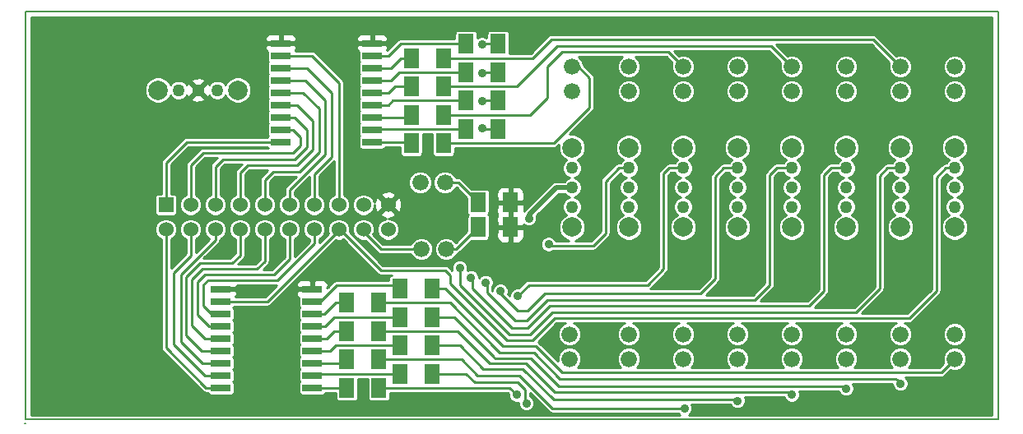
<source format=gbl>
G04 (created by PCBNEW (2013-mar-13)-testing) date jeu. 09 mai 2013 09:48:41 CEST*
%MOIN*%
G04 Gerber Fmt 3.4, Leading zero omitted, Abs format*
%FSLAX34Y34*%
G01*
G70*
G90*
G04 APERTURE LIST*
%ADD10C,0.006*%
%ADD11C,0.00590551*%
%ADD12R,0.0787402X0.03*%
%ADD13R,0.06X0.08*%
%ADD14R,0.06X0.06*%
%ADD15C,0.06*%
%ADD16C,0.05*%
%ADD17C,0.0787402*%
%ADD18C,0.066*%
%ADD19C,0.035*%
%ADD20C,0.02*%
%ADD21C,0.01*%
G04 APERTURE END LIST*
G54D10*
G54D11*
X73400Y-29100D02*
X73400Y-45650D01*
X34000Y-29100D02*
X34000Y-45600D01*
X34000Y-29100D02*
X73400Y-29100D01*
X34000Y-45650D02*
X34000Y-45600D01*
X73400Y-45650D02*
X34000Y-45650D01*
X34000Y-45800D02*
G75*
G03X34000Y-45800I0J0D01*
G74*
G01*
X33999Y-45800D02*
X34000Y-45800D01*
X34000Y-45799D02*
X34000Y-45800D01*
G54D12*
X44349Y-34400D03*
X44350Y-33900D03*
X44350Y-33400D03*
X44350Y-32900D03*
X44350Y-32400D03*
X44350Y-31900D03*
X44350Y-31400D03*
X44350Y-30900D03*
X44350Y-30400D03*
X48050Y-30400D03*
X48050Y-30900D03*
X48050Y-31400D03*
X48050Y-34400D03*
X48050Y-33900D03*
X48050Y-33400D03*
X48050Y-32900D03*
X48050Y-32400D03*
X48050Y-31900D03*
X41924Y-44375D03*
X41925Y-43875D03*
X41925Y-43375D03*
X41925Y-42875D03*
X41925Y-42375D03*
X41925Y-41875D03*
X41925Y-41375D03*
X41925Y-40875D03*
X41925Y-40375D03*
X45625Y-40375D03*
X45625Y-40875D03*
X45625Y-41375D03*
X45625Y-44375D03*
X45625Y-43875D03*
X45625Y-43375D03*
X45625Y-42875D03*
X45625Y-42375D03*
X45625Y-41875D03*
G54D13*
X49650Y-33300D03*
X50950Y-33300D03*
X47025Y-44375D03*
X48325Y-44375D03*
X47025Y-43225D03*
X48325Y-43225D03*
X47025Y-42075D03*
X48325Y-42075D03*
X51850Y-33875D03*
X53150Y-33875D03*
X51850Y-32725D03*
X53150Y-32725D03*
X51850Y-31575D03*
X53150Y-31575D03*
X51850Y-30425D03*
X53150Y-30425D03*
X49650Y-31000D03*
X50950Y-31000D03*
X49650Y-32150D03*
X50950Y-32150D03*
X49650Y-34450D03*
X50950Y-34450D03*
X47025Y-40925D03*
X48325Y-40925D03*
X49175Y-40350D03*
X50475Y-40350D03*
X49175Y-41500D03*
X50475Y-41500D03*
X49175Y-42650D03*
X50475Y-42650D03*
X49175Y-43800D03*
X50475Y-43800D03*
X53650Y-36850D03*
X52350Y-36850D03*
X53650Y-37850D03*
X52350Y-37850D03*
G54D14*
X39700Y-36950D03*
G54D15*
X39700Y-37950D03*
X40700Y-36950D03*
X40700Y-37950D03*
X41700Y-36950D03*
X41700Y-37950D03*
X42700Y-36950D03*
X42700Y-37950D03*
X43700Y-36950D03*
X43700Y-37950D03*
X44700Y-36950D03*
X44700Y-37950D03*
X45700Y-36950D03*
X45700Y-37950D03*
X46700Y-36950D03*
X46700Y-37950D03*
X47700Y-36950D03*
X47700Y-37950D03*
X48700Y-36950D03*
X48700Y-37950D03*
G54D16*
X56150Y-35462D03*
X56150Y-36250D03*
X56150Y-37037D03*
G54D17*
X56150Y-37864D03*
X56150Y-34635D03*
G54D16*
X58450Y-35462D03*
X58450Y-36250D03*
X58450Y-37037D03*
G54D17*
X58450Y-37864D03*
X58450Y-34635D03*
G54D16*
X60650Y-35462D03*
X60650Y-36250D03*
X60650Y-37037D03*
G54D17*
X60650Y-37864D03*
X60650Y-34635D03*
G54D16*
X62850Y-35462D03*
X62850Y-36250D03*
X62850Y-37037D03*
G54D17*
X62850Y-37864D03*
X62850Y-34635D03*
G54D16*
X65050Y-35462D03*
X65050Y-36250D03*
X65050Y-37037D03*
G54D17*
X65050Y-37864D03*
X65050Y-34635D03*
G54D16*
X67250Y-35462D03*
X67250Y-36250D03*
X67250Y-37037D03*
G54D17*
X67250Y-37864D03*
X67250Y-34635D03*
G54D16*
X69450Y-35462D03*
X69450Y-36250D03*
X69450Y-37037D03*
G54D17*
X69450Y-37864D03*
X69450Y-34635D03*
G54D16*
X71650Y-35462D03*
X71650Y-36250D03*
X71650Y-37037D03*
G54D17*
X71650Y-37864D03*
X71650Y-34635D03*
G54D16*
X40212Y-32300D03*
X41000Y-32300D03*
X41787Y-32300D03*
G54D17*
X42614Y-32300D03*
X39385Y-32300D03*
G54D18*
X69450Y-32350D03*
X69450Y-31350D03*
X56150Y-32350D03*
X56150Y-31350D03*
X58450Y-32350D03*
X58450Y-31350D03*
X50050Y-38750D03*
X51050Y-38750D03*
X60650Y-32350D03*
X60650Y-31350D03*
X50000Y-36050D03*
X51000Y-36050D03*
X62850Y-32350D03*
X62850Y-31350D03*
X65050Y-32350D03*
X65050Y-31350D03*
X67250Y-32350D03*
X67250Y-31350D03*
X62850Y-42200D03*
X62850Y-43200D03*
X71650Y-32350D03*
X71650Y-31350D03*
X56050Y-42200D03*
X56050Y-43200D03*
X58450Y-42200D03*
X58450Y-43200D03*
X60650Y-42200D03*
X60650Y-43200D03*
X71650Y-42200D03*
X71650Y-43200D03*
X69450Y-42200D03*
X69450Y-43200D03*
X67250Y-42200D03*
X67250Y-43200D03*
X65050Y-42200D03*
X65050Y-43200D03*
G54D19*
X54400Y-37500D03*
X42740Y-40380D03*
X67250Y-44400D03*
X62850Y-44900D03*
X54300Y-45000D03*
X69450Y-44200D03*
X52500Y-32750D03*
X52500Y-33850D03*
X52500Y-31600D03*
X52500Y-30450D03*
X65050Y-44650D03*
X60700Y-45200D03*
X53900Y-44650D03*
X55200Y-38550D03*
X53950Y-40650D03*
X53250Y-40450D03*
X52650Y-40100D03*
X52050Y-39900D03*
X51600Y-39500D03*
G54D20*
X54400Y-37500D02*
X54400Y-37350D01*
X55500Y-36250D02*
X56150Y-36250D01*
X54400Y-37350D02*
X55500Y-36250D01*
G54D21*
X40550Y-34400D02*
X44349Y-34400D01*
X39700Y-36950D02*
X39700Y-35250D01*
X39700Y-35250D02*
X40550Y-34400D01*
X44850Y-33900D02*
X44350Y-33900D01*
X45150Y-34200D02*
X44850Y-33900D01*
X45150Y-34550D02*
X45150Y-34200D01*
X44850Y-34850D02*
X45150Y-34550D01*
X41200Y-34850D02*
X44850Y-34850D01*
X40700Y-36950D02*
X40700Y-35350D01*
X40700Y-35350D02*
X41200Y-34850D01*
X44900Y-33400D02*
X44350Y-33400D01*
X45400Y-33900D02*
X44900Y-33400D01*
X45400Y-34600D02*
X45400Y-33900D01*
X44900Y-35100D02*
X45400Y-34600D01*
X42000Y-35100D02*
X44900Y-35100D01*
X41700Y-36950D02*
X41700Y-35400D01*
X41700Y-35400D02*
X42000Y-35100D01*
X45000Y-32900D02*
X44350Y-32900D01*
X45650Y-33550D02*
X45000Y-32900D01*
X45650Y-34700D02*
X45650Y-33550D01*
X45000Y-35350D02*
X45650Y-34700D01*
X43000Y-35350D02*
X45000Y-35350D01*
X42700Y-36950D02*
X42700Y-35650D01*
X42700Y-35650D02*
X43000Y-35350D01*
X45250Y-32400D02*
X44350Y-32400D01*
X45900Y-33050D02*
X45250Y-32400D01*
X45900Y-34800D02*
X45900Y-33050D01*
X45100Y-35600D02*
X45900Y-34800D01*
X44050Y-35600D02*
X45100Y-35600D01*
X43700Y-36950D02*
X43700Y-35950D01*
X43700Y-35950D02*
X44050Y-35600D01*
X44350Y-31900D02*
X45350Y-31900D01*
X45350Y-31900D02*
X46150Y-32700D01*
X44700Y-36350D02*
X44700Y-36950D01*
X46150Y-34900D02*
X44700Y-36350D01*
X46150Y-32700D02*
X46150Y-34900D01*
X45400Y-31400D02*
X44350Y-31400D01*
X46400Y-32400D02*
X45400Y-31400D01*
X46400Y-35000D02*
X46400Y-32400D01*
X45700Y-36950D02*
X45700Y-35700D01*
X45700Y-35700D02*
X46400Y-35000D01*
X45600Y-30900D02*
X44350Y-30900D01*
X46700Y-32000D02*
X45600Y-30900D01*
X46700Y-36950D02*
X46700Y-32000D01*
X41925Y-40375D02*
X42735Y-40375D01*
X42735Y-40375D02*
X42740Y-40380D01*
X47700Y-37950D02*
X47700Y-38050D01*
X47700Y-38050D02*
X48400Y-38750D01*
X48400Y-38750D02*
X50050Y-38750D01*
X71650Y-43200D02*
X71100Y-43750D01*
X51025Y-40350D02*
X50475Y-40350D01*
X51025Y-40350D02*
X53350Y-42675D01*
X54675Y-42675D02*
X53350Y-42675D01*
X55750Y-43750D02*
X54675Y-42675D01*
X71100Y-43750D02*
X55750Y-43750D01*
X45625Y-44375D02*
X47025Y-44375D01*
X53025Y-43174D02*
X54474Y-43174D01*
X51375Y-41524D02*
X52975Y-43124D01*
X50475Y-41500D02*
X51375Y-41500D01*
X52975Y-43124D02*
X53025Y-43174D01*
X51375Y-41500D02*
X51375Y-41524D01*
X55600Y-44300D02*
X67150Y-44300D01*
X54474Y-43174D02*
X55600Y-44300D01*
X67150Y-44300D02*
X67250Y-44400D01*
X67150Y-44300D02*
X67250Y-44400D01*
X51550Y-42650D02*
X51600Y-42650D01*
X52742Y-43600D02*
X54150Y-43600D01*
X62850Y-44900D02*
X62800Y-44900D01*
X55400Y-44850D02*
X54150Y-43600D01*
X62750Y-44850D02*
X55400Y-44850D01*
X62800Y-44900D02*
X62750Y-44850D01*
X51550Y-42650D02*
X50475Y-42650D01*
X52550Y-43600D02*
X52742Y-43600D01*
X51600Y-42650D02*
X52550Y-43600D01*
X45625Y-41875D02*
X46150Y-41875D01*
X46525Y-41500D02*
X49175Y-41500D01*
X46150Y-41875D02*
X46525Y-41500D01*
X49175Y-42650D02*
X46575Y-42650D01*
X46350Y-42875D02*
X45625Y-42875D01*
X46575Y-42650D02*
X46350Y-42875D01*
X49175Y-43800D02*
X45700Y-43800D01*
X45700Y-43800D02*
X45625Y-43875D01*
X53949Y-44149D02*
X52200Y-44149D01*
X54250Y-44450D02*
X53949Y-44149D01*
X54250Y-44950D02*
X54250Y-44450D01*
X54300Y-45000D02*
X54250Y-44950D01*
X51850Y-43800D02*
X52200Y-44149D01*
X50475Y-43800D02*
X51850Y-43800D01*
X52200Y-44149D02*
X52200Y-44150D01*
X45625Y-40875D02*
X45950Y-40875D01*
X49050Y-40225D02*
X49175Y-40350D01*
X46600Y-40225D02*
X49050Y-40225D01*
X45950Y-40875D02*
X46600Y-40225D01*
X51050Y-38750D02*
X51450Y-38750D01*
X51450Y-38750D02*
X52350Y-37850D01*
X53225Y-42950D02*
X54600Y-42950D01*
X53125Y-42850D02*
X53125Y-42850D01*
X51200Y-40925D02*
X53125Y-42850D01*
X48325Y-40925D02*
X51200Y-40925D01*
X53212Y-42937D02*
X53225Y-42950D01*
X53125Y-42850D02*
X53212Y-42937D01*
X69300Y-44050D02*
X69450Y-44200D01*
X69250Y-44000D02*
X69300Y-44050D01*
X55650Y-44000D02*
X69250Y-44000D01*
X54600Y-42950D02*
X55650Y-44000D01*
X51000Y-36050D02*
X51550Y-36050D01*
X51550Y-36050D02*
X52350Y-36850D01*
X49650Y-32150D02*
X48975Y-32150D01*
X48725Y-32400D02*
X48050Y-32400D01*
X48975Y-32150D02*
X48725Y-32400D01*
X45625Y-41375D02*
X46125Y-41375D01*
X46575Y-40925D02*
X47025Y-40925D01*
X46125Y-41375D02*
X46575Y-40925D01*
X51850Y-31575D02*
X49150Y-31575D01*
X48825Y-31900D02*
X48050Y-31900D01*
X49150Y-31575D02*
X48825Y-31900D01*
X49650Y-31000D02*
X49225Y-31000D01*
X48825Y-31400D02*
X48050Y-31400D01*
X49225Y-31000D02*
X48825Y-31400D01*
X49200Y-30425D02*
X48725Y-30900D01*
X51850Y-30425D02*
X49200Y-30425D01*
X48725Y-30900D02*
X48050Y-30900D01*
X51850Y-32725D02*
X48875Y-32725D01*
X48700Y-32900D02*
X48050Y-32900D01*
X51700Y-32800D02*
X51850Y-32950D01*
X48875Y-32725D02*
X48700Y-32900D01*
X53150Y-32725D02*
X52525Y-32725D01*
X52525Y-32725D02*
X52500Y-32750D01*
X48050Y-33400D02*
X49550Y-33400D01*
X49550Y-33400D02*
X49650Y-33300D01*
X51850Y-33875D02*
X48075Y-33875D01*
X48075Y-33875D02*
X48050Y-33900D01*
X53150Y-33875D02*
X52525Y-33875D01*
X52525Y-33875D02*
X52500Y-33850D01*
X53150Y-31575D02*
X52525Y-31575D01*
X52525Y-31575D02*
X52500Y-31600D01*
X53150Y-30425D02*
X52525Y-30425D01*
X52525Y-30425D02*
X52500Y-30450D01*
X52800Y-43375D02*
X54275Y-43375D01*
X51500Y-42075D02*
X52800Y-43375D01*
X48325Y-42075D02*
X51350Y-42075D01*
X51350Y-42075D02*
X51500Y-42075D01*
X55450Y-44550D02*
X64950Y-44550D01*
X54275Y-43375D02*
X55450Y-44550D01*
X64950Y-44550D02*
X65050Y-44650D01*
X64950Y-44550D02*
X65050Y-44650D01*
X50950Y-31000D02*
X54550Y-31000D01*
X68350Y-30250D02*
X69450Y-31350D01*
X55300Y-30250D02*
X68350Y-30250D01*
X54550Y-31000D02*
X55300Y-30250D01*
X50950Y-32150D02*
X53900Y-32150D01*
X64200Y-30500D02*
X65050Y-31350D01*
X55550Y-30500D02*
X64200Y-30500D01*
X53900Y-32150D02*
X55550Y-30500D01*
X54450Y-33300D02*
X55150Y-32600D01*
X50950Y-33300D02*
X54450Y-33300D01*
X60050Y-30750D02*
X60650Y-31350D01*
X55750Y-30750D02*
X60050Y-30750D01*
X55150Y-31350D02*
X55750Y-30750D01*
X55150Y-32600D02*
X55150Y-31350D01*
X48050Y-34400D02*
X49600Y-34400D01*
X49600Y-34400D02*
X49650Y-34450D01*
X50950Y-34450D02*
X55400Y-34450D01*
X56400Y-31350D02*
X56150Y-31350D01*
X56850Y-31800D02*
X56400Y-31350D01*
X56850Y-33000D02*
X56850Y-31800D01*
X55400Y-34450D02*
X56850Y-33000D01*
X45625Y-42375D02*
X46225Y-42375D01*
X46525Y-42075D02*
X47025Y-42075D01*
X46225Y-42375D02*
X46525Y-42075D01*
X52325Y-43875D02*
X54025Y-43875D01*
X51150Y-43225D02*
X51675Y-43225D01*
X48325Y-43225D02*
X51150Y-43225D01*
X51675Y-43225D02*
X52325Y-43875D01*
X55350Y-45200D02*
X60700Y-45200D01*
X54025Y-43875D02*
X55350Y-45200D01*
X45625Y-43375D02*
X46875Y-43375D01*
X46875Y-43375D02*
X47025Y-43225D01*
X53625Y-44375D02*
X53900Y-44650D01*
X48325Y-44375D02*
X53625Y-44375D01*
X41325Y-44375D02*
X41924Y-44375D01*
X39700Y-37950D02*
X39700Y-42750D01*
X39700Y-42750D02*
X41325Y-44375D01*
X58037Y-35462D02*
X58450Y-35462D01*
X57500Y-36000D02*
X58037Y-35462D01*
X57500Y-38100D02*
X57500Y-36000D01*
X57000Y-38600D02*
X57500Y-38100D01*
X55250Y-38600D02*
X57000Y-38600D01*
X55200Y-38550D02*
X55250Y-38600D01*
X41275Y-43875D02*
X41925Y-43875D01*
X40000Y-42600D02*
X41275Y-43875D01*
X40000Y-39700D02*
X40000Y-42600D01*
X40700Y-37950D02*
X40700Y-39000D01*
X40700Y-39000D02*
X40000Y-39700D01*
X54400Y-40200D02*
X53950Y-40650D01*
X59200Y-40200D02*
X54400Y-40200D01*
X59850Y-39550D02*
X59200Y-40200D01*
X59850Y-38300D02*
X59850Y-39550D01*
X59850Y-35950D02*
X59850Y-35690D01*
X59850Y-38300D02*
X59850Y-35950D01*
X60077Y-35462D02*
X60650Y-35462D01*
X59850Y-35690D02*
X60077Y-35462D01*
X41175Y-43375D02*
X41925Y-43375D01*
X40300Y-42500D02*
X41175Y-43375D01*
X40300Y-39775D02*
X40300Y-42500D01*
X41700Y-37950D02*
X41700Y-38375D01*
X41700Y-38375D02*
X40300Y-39775D01*
X61950Y-36362D02*
X61950Y-35810D01*
X61950Y-38650D02*
X61950Y-36362D01*
X62297Y-35462D02*
X62850Y-35462D01*
X61950Y-35810D02*
X62297Y-35462D01*
X61950Y-39950D02*
X61950Y-38650D01*
X41150Y-42875D02*
X41925Y-42875D01*
X61300Y-40550D02*
X61350Y-40550D01*
X53250Y-40550D02*
X53950Y-41250D01*
X53950Y-41250D02*
X54350Y-41250D01*
X54350Y-41250D02*
X55050Y-40550D01*
X55050Y-40550D02*
X61300Y-40550D01*
X53250Y-40450D02*
X53250Y-40550D01*
X61350Y-40550D02*
X61950Y-39950D01*
X42700Y-37950D02*
X42700Y-38999D01*
X40525Y-42250D02*
X41150Y-42875D01*
X40525Y-39875D02*
X40525Y-42250D01*
X41075Y-39325D02*
X40525Y-39875D01*
X42374Y-39325D02*
X41075Y-39325D01*
X42700Y-38999D02*
X42374Y-39325D01*
X64150Y-40200D02*
X64150Y-38950D01*
X54300Y-41650D02*
X55150Y-40800D01*
X55150Y-40800D02*
X63550Y-40800D01*
X63550Y-40800D02*
X64150Y-40200D01*
X52650Y-40100D02*
X52700Y-40150D01*
X52700Y-40150D02*
X52700Y-40500D01*
X52700Y-40500D02*
X53850Y-41650D01*
X53850Y-41650D02*
X54300Y-41650D01*
X64150Y-36250D02*
X64150Y-38950D01*
X64150Y-36370D02*
X64150Y-36250D01*
X64150Y-36250D02*
X64150Y-35750D01*
X64437Y-35462D02*
X65050Y-35462D01*
X64150Y-35750D02*
X64437Y-35462D01*
X41275Y-42375D02*
X41925Y-42375D01*
X64150Y-36370D02*
X64150Y-36362D01*
X43700Y-37950D02*
X43700Y-39249D01*
X40750Y-41850D02*
X41275Y-42375D01*
X40750Y-39975D02*
X40750Y-41850D01*
X41175Y-39550D02*
X40750Y-39975D01*
X43399Y-39550D02*
X41175Y-39550D01*
X43700Y-39249D02*
X43399Y-39550D01*
X66350Y-40150D02*
X66350Y-38900D01*
X66350Y-40450D02*
X65750Y-41050D01*
X66350Y-36362D02*
X66350Y-35750D01*
X66350Y-38900D02*
X66350Y-36362D01*
X66637Y-35462D02*
X67250Y-35462D01*
X66350Y-35750D02*
X66637Y-35462D01*
X66350Y-40150D02*
X66350Y-40450D01*
X41450Y-41875D02*
X41925Y-41875D01*
X65750Y-41050D02*
X55250Y-41050D01*
X55250Y-41050D02*
X54350Y-41950D01*
X54350Y-41950D02*
X53700Y-41950D01*
X52050Y-39900D02*
X52100Y-39950D01*
X52100Y-39950D02*
X52100Y-40350D01*
X52100Y-40350D02*
X53700Y-41950D01*
X44700Y-37950D02*
X44700Y-39149D01*
X40975Y-41400D02*
X41450Y-41875D01*
X40975Y-40075D02*
X40975Y-41400D01*
X41275Y-39775D02*
X40975Y-40075D01*
X44074Y-39775D02*
X41275Y-39775D01*
X44700Y-39149D02*
X44074Y-39775D01*
X68600Y-40350D02*
X68600Y-39100D01*
X68600Y-35790D02*
X68927Y-35462D01*
X69450Y-35462D02*
X68927Y-35462D01*
X67650Y-41300D02*
X68600Y-40350D01*
X68600Y-39100D02*
X68600Y-36312D01*
X68600Y-36312D02*
X68600Y-35790D01*
X55350Y-41300D02*
X67650Y-41300D01*
X41550Y-41375D02*
X41925Y-41375D01*
X41225Y-41050D02*
X41550Y-41375D01*
X41225Y-40175D02*
X41225Y-41050D01*
X41400Y-40000D02*
X41225Y-40175D01*
X44225Y-40000D02*
X41400Y-40000D01*
X54450Y-42200D02*
X54475Y-42175D01*
X54475Y-42175D02*
X55350Y-41300D01*
X51600Y-40200D02*
X51600Y-39500D01*
X53600Y-42200D02*
X53575Y-42175D01*
X53575Y-42175D02*
X51600Y-40200D01*
X53600Y-42200D02*
X54450Y-42200D01*
X45700Y-37950D02*
X45700Y-38525D01*
X45700Y-38525D02*
X44225Y-40000D01*
X46700Y-37950D02*
X46750Y-37950D01*
X51200Y-40150D02*
X53500Y-42450D01*
X51200Y-39800D02*
X51200Y-40150D01*
X51000Y-39600D02*
X51200Y-39800D01*
X48400Y-39600D02*
X51000Y-39600D01*
X46750Y-37950D02*
X48400Y-39600D01*
X46700Y-37950D02*
X46700Y-37975D01*
X46700Y-37975D02*
X43800Y-40875D01*
X69800Y-41550D02*
X55450Y-41550D01*
X70900Y-39200D02*
X70900Y-36212D01*
X69800Y-41550D02*
X70900Y-40450D01*
X70900Y-36212D02*
X70900Y-35840D01*
X70900Y-35840D02*
X71277Y-35462D01*
X71277Y-35462D02*
X71650Y-35462D01*
X54550Y-42450D02*
X53500Y-42450D01*
X55450Y-41550D02*
X54550Y-42450D01*
X70900Y-40450D02*
X70900Y-39200D01*
X43800Y-40875D02*
X41925Y-40875D01*
G54D10*
G36*
X44192Y-40200D02*
X43717Y-40675D01*
X42522Y-40675D01*
X42530Y-40666D01*
X42568Y-40574D01*
X42568Y-40487D01*
X42506Y-40425D01*
X41975Y-40425D01*
X41975Y-40432D01*
X41875Y-40432D01*
X41875Y-40425D01*
X41867Y-40425D01*
X41867Y-40325D01*
X41875Y-40325D01*
X41875Y-40317D01*
X41975Y-40317D01*
X41975Y-40325D01*
X42506Y-40325D01*
X42568Y-40262D01*
X42568Y-40200D01*
X44192Y-40200D01*
X44192Y-40200D01*
G37*
G54D21*
X44192Y-40200D02*
X43717Y-40675D01*
X42522Y-40675D01*
X42530Y-40666D01*
X42568Y-40574D01*
X42568Y-40487D01*
X42506Y-40425D01*
X41975Y-40425D01*
X41975Y-40432D01*
X41875Y-40432D01*
X41875Y-40425D01*
X41867Y-40425D01*
X41867Y-40325D01*
X41875Y-40325D01*
X41875Y-40317D01*
X41975Y-40317D01*
X41975Y-40325D01*
X42506Y-40325D01*
X42568Y-40262D01*
X42568Y-40200D01*
X44192Y-40200D01*
G54D10*
G36*
X73150Y-45470D02*
X60889Y-45470D01*
X60975Y-45384D01*
X61024Y-45264D01*
X61025Y-45135D01*
X60989Y-45050D01*
X62560Y-45050D01*
X62574Y-45083D01*
X62665Y-45175D01*
X62785Y-45224D01*
X62914Y-45225D01*
X63033Y-45175D01*
X63125Y-45084D01*
X63174Y-44964D01*
X63175Y-44835D01*
X63139Y-44750D01*
X64739Y-44750D01*
X64774Y-44833D01*
X64865Y-44925D01*
X64985Y-44974D01*
X65114Y-44975D01*
X65233Y-44925D01*
X65325Y-44834D01*
X65374Y-44714D01*
X65375Y-44585D01*
X65339Y-44500D01*
X66939Y-44500D01*
X66974Y-44583D01*
X67065Y-44675D01*
X67185Y-44724D01*
X67314Y-44725D01*
X67433Y-44675D01*
X67525Y-44584D01*
X67574Y-44464D01*
X67575Y-44335D01*
X67525Y-44216D01*
X67509Y-44200D01*
X69124Y-44200D01*
X69124Y-44264D01*
X69174Y-44383D01*
X69265Y-44475D01*
X69385Y-44524D01*
X69514Y-44525D01*
X69633Y-44475D01*
X69725Y-44384D01*
X69774Y-44264D01*
X69775Y-44135D01*
X69725Y-44016D01*
X69659Y-43950D01*
X71100Y-43950D01*
X71176Y-43934D01*
X71241Y-43891D01*
X71482Y-43650D01*
X71554Y-43679D01*
X71745Y-43680D01*
X71921Y-43607D01*
X72056Y-43472D01*
X72129Y-43295D01*
X72130Y-43104D01*
X72130Y-42104D01*
X72057Y-41928D01*
X71922Y-41793D01*
X71745Y-41720D01*
X71554Y-41719D01*
X71378Y-41792D01*
X71243Y-41927D01*
X71170Y-42104D01*
X71169Y-42295D01*
X71242Y-42471D01*
X71377Y-42606D01*
X71554Y-42679D01*
X71745Y-42680D01*
X71921Y-42607D01*
X72056Y-42472D01*
X72129Y-42295D01*
X72130Y-42104D01*
X72130Y-43104D01*
X72057Y-42928D01*
X71922Y-42793D01*
X71745Y-42720D01*
X71554Y-42719D01*
X71378Y-42792D01*
X71243Y-42927D01*
X71170Y-43104D01*
X71169Y-43295D01*
X71199Y-43367D01*
X71017Y-43550D01*
X69778Y-43550D01*
X69856Y-43472D01*
X69929Y-43295D01*
X69930Y-43104D01*
X69857Y-42928D01*
X69722Y-42793D01*
X69545Y-42720D01*
X69354Y-42719D01*
X69178Y-42792D01*
X69043Y-42927D01*
X68970Y-43104D01*
X68969Y-43295D01*
X69042Y-43471D01*
X69121Y-43550D01*
X67578Y-43550D01*
X67656Y-43472D01*
X67729Y-43295D01*
X67730Y-43104D01*
X67657Y-42928D01*
X67522Y-42793D01*
X67345Y-42720D01*
X67154Y-42719D01*
X66978Y-42792D01*
X66843Y-42927D01*
X66770Y-43104D01*
X66769Y-43295D01*
X66842Y-43471D01*
X66921Y-43550D01*
X65378Y-43550D01*
X65456Y-43472D01*
X65529Y-43295D01*
X65530Y-43104D01*
X65457Y-42928D01*
X65322Y-42793D01*
X65145Y-42720D01*
X64954Y-42719D01*
X64778Y-42792D01*
X64643Y-42927D01*
X64570Y-43104D01*
X64569Y-43295D01*
X64642Y-43471D01*
X64721Y-43550D01*
X63178Y-43550D01*
X63256Y-43472D01*
X63329Y-43295D01*
X63330Y-43104D01*
X63257Y-42928D01*
X63122Y-42793D01*
X62945Y-42720D01*
X62754Y-42719D01*
X62578Y-42792D01*
X62443Y-42927D01*
X62370Y-43104D01*
X62369Y-43295D01*
X62442Y-43471D01*
X62521Y-43550D01*
X60978Y-43550D01*
X61056Y-43472D01*
X61129Y-43295D01*
X61130Y-43104D01*
X61057Y-42928D01*
X60922Y-42793D01*
X60745Y-42720D01*
X60554Y-42719D01*
X60378Y-42792D01*
X60243Y-42927D01*
X60170Y-43104D01*
X60169Y-43295D01*
X60242Y-43471D01*
X60321Y-43550D01*
X58778Y-43550D01*
X58856Y-43472D01*
X58929Y-43295D01*
X58930Y-43104D01*
X58857Y-42928D01*
X58722Y-42793D01*
X58545Y-42720D01*
X58354Y-42719D01*
X58178Y-42792D01*
X58043Y-42927D01*
X57970Y-43104D01*
X57969Y-43295D01*
X58042Y-43471D01*
X58121Y-43550D01*
X56378Y-43550D01*
X56456Y-43472D01*
X56529Y-43295D01*
X56530Y-43104D01*
X56457Y-42928D01*
X56322Y-42793D01*
X56145Y-42720D01*
X55954Y-42719D01*
X55778Y-42792D01*
X55643Y-42927D01*
X55570Y-43104D01*
X55569Y-43287D01*
X54816Y-42533D01*
X54776Y-42506D01*
X55532Y-41750D01*
X55882Y-41750D01*
X55778Y-41792D01*
X55643Y-41927D01*
X55570Y-42104D01*
X55569Y-42295D01*
X55642Y-42471D01*
X55777Y-42606D01*
X55954Y-42679D01*
X56145Y-42680D01*
X56321Y-42607D01*
X56456Y-42472D01*
X56529Y-42295D01*
X56530Y-42104D01*
X56457Y-41928D01*
X56322Y-41793D01*
X56217Y-41750D01*
X58282Y-41750D01*
X58178Y-41792D01*
X58043Y-41927D01*
X57970Y-42104D01*
X57969Y-42295D01*
X58042Y-42471D01*
X58177Y-42606D01*
X58354Y-42679D01*
X58545Y-42680D01*
X58721Y-42607D01*
X58856Y-42472D01*
X58929Y-42295D01*
X58930Y-42104D01*
X58857Y-41928D01*
X58722Y-41793D01*
X58617Y-41750D01*
X60482Y-41750D01*
X60378Y-41792D01*
X60243Y-41927D01*
X60170Y-42104D01*
X60169Y-42295D01*
X60242Y-42471D01*
X60377Y-42606D01*
X60554Y-42679D01*
X60745Y-42680D01*
X60921Y-42607D01*
X61056Y-42472D01*
X61129Y-42295D01*
X61130Y-42104D01*
X61057Y-41928D01*
X60922Y-41793D01*
X60817Y-41750D01*
X62682Y-41750D01*
X62578Y-41792D01*
X62443Y-41927D01*
X62370Y-42104D01*
X62369Y-42295D01*
X62442Y-42471D01*
X62577Y-42606D01*
X62754Y-42679D01*
X62945Y-42680D01*
X63121Y-42607D01*
X63256Y-42472D01*
X63329Y-42295D01*
X63330Y-42104D01*
X63257Y-41928D01*
X63122Y-41793D01*
X63017Y-41750D01*
X64882Y-41750D01*
X64778Y-41792D01*
X64643Y-41927D01*
X64570Y-42104D01*
X64569Y-42295D01*
X64642Y-42471D01*
X64777Y-42606D01*
X64954Y-42679D01*
X65145Y-42680D01*
X65321Y-42607D01*
X65456Y-42472D01*
X65529Y-42295D01*
X65530Y-42104D01*
X65457Y-41928D01*
X65322Y-41793D01*
X65217Y-41750D01*
X67082Y-41750D01*
X66978Y-41792D01*
X66843Y-41927D01*
X66770Y-42104D01*
X66769Y-42295D01*
X66842Y-42471D01*
X66977Y-42606D01*
X67154Y-42679D01*
X67345Y-42680D01*
X67521Y-42607D01*
X67656Y-42472D01*
X67729Y-42295D01*
X67730Y-42104D01*
X67657Y-41928D01*
X67522Y-41793D01*
X67417Y-41750D01*
X69282Y-41750D01*
X69178Y-41792D01*
X69043Y-41927D01*
X68970Y-42104D01*
X68969Y-42295D01*
X69042Y-42471D01*
X69177Y-42606D01*
X69354Y-42679D01*
X69545Y-42680D01*
X69721Y-42607D01*
X69856Y-42472D01*
X69929Y-42295D01*
X69930Y-42104D01*
X69857Y-41928D01*
X69722Y-41793D01*
X69617Y-41750D01*
X69800Y-41750D01*
X69876Y-41734D01*
X69941Y-41691D01*
X71041Y-40591D01*
X71041Y-40591D01*
X71070Y-40548D01*
X71084Y-40526D01*
X71084Y-40526D01*
X71099Y-40450D01*
X71100Y-40450D01*
X71100Y-39200D01*
X71100Y-36212D01*
X71100Y-35922D01*
X71322Y-35700D01*
X71423Y-35801D01*
X71555Y-35856D01*
X71423Y-35910D01*
X71311Y-36023D01*
X71250Y-36170D01*
X71249Y-36329D01*
X71310Y-36476D01*
X71423Y-36588D01*
X71555Y-36643D01*
X71423Y-36698D01*
X71311Y-36810D01*
X71250Y-36957D01*
X71249Y-37116D01*
X71310Y-37263D01*
X71418Y-37371D01*
X71342Y-37402D01*
X71189Y-37555D01*
X71106Y-37755D01*
X71106Y-37971D01*
X71188Y-38171D01*
X71341Y-38324D01*
X71541Y-38407D01*
X71757Y-38407D01*
X71957Y-38325D01*
X72110Y-38172D01*
X72193Y-37972D01*
X72193Y-37756D01*
X72111Y-37556D01*
X71958Y-37403D01*
X71881Y-37371D01*
X71988Y-37264D01*
X72049Y-37117D01*
X72050Y-36958D01*
X71989Y-36811D01*
X71876Y-36698D01*
X71744Y-36643D01*
X71876Y-36589D01*
X71988Y-36476D01*
X72049Y-36329D01*
X72050Y-36170D01*
X71989Y-36023D01*
X71876Y-35911D01*
X71744Y-35856D01*
X71876Y-35801D01*
X71988Y-35689D01*
X72049Y-35542D01*
X72050Y-35383D01*
X71989Y-35236D01*
X71881Y-35128D01*
X71957Y-35097D01*
X72110Y-34944D01*
X72193Y-34744D01*
X72193Y-34528D01*
X72130Y-34373D01*
X72130Y-32254D01*
X72130Y-31254D01*
X72057Y-31078D01*
X71922Y-30943D01*
X71745Y-30870D01*
X71554Y-30869D01*
X71378Y-30942D01*
X71243Y-31077D01*
X71170Y-31254D01*
X71169Y-31445D01*
X71242Y-31621D01*
X71377Y-31756D01*
X71554Y-31829D01*
X71745Y-31830D01*
X71921Y-31757D01*
X72056Y-31622D01*
X72129Y-31445D01*
X72130Y-31254D01*
X72130Y-32254D01*
X72057Y-32078D01*
X71922Y-31943D01*
X71745Y-31870D01*
X71554Y-31869D01*
X71378Y-31942D01*
X71243Y-32077D01*
X71170Y-32254D01*
X71169Y-32445D01*
X71242Y-32621D01*
X71377Y-32756D01*
X71554Y-32829D01*
X71745Y-32830D01*
X71921Y-32757D01*
X72056Y-32622D01*
X72129Y-32445D01*
X72130Y-32254D01*
X72130Y-34373D01*
X72111Y-34328D01*
X71958Y-34175D01*
X71758Y-34092D01*
X71542Y-34092D01*
X71342Y-34174D01*
X71189Y-34327D01*
X71106Y-34527D01*
X71106Y-34743D01*
X71188Y-34943D01*
X71341Y-35096D01*
X71418Y-35128D01*
X71311Y-35235D01*
X71299Y-35262D01*
X71277Y-35262D01*
X71200Y-35277D01*
X71135Y-35321D01*
X70758Y-35698D01*
X70715Y-35763D01*
X70700Y-35840D01*
X70700Y-36212D01*
X70700Y-39200D01*
X70700Y-40367D01*
X69717Y-41350D01*
X67882Y-41350D01*
X68741Y-40491D01*
X68784Y-40426D01*
X68784Y-40426D01*
X68787Y-40413D01*
X68799Y-40350D01*
X68800Y-40350D01*
X68800Y-39100D01*
X68800Y-36312D01*
X68800Y-35872D01*
X69010Y-35662D01*
X69099Y-35662D01*
X69110Y-35688D01*
X69223Y-35801D01*
X69355Y-35856D01*
X69223Y-35910D01*
X69111Y-36023D01*
X69050Y-36170D01*
X69049Y-36329D01*
X69110Y-36476D01*
X69223Y-36588D01*
X69355Y-36643D01*
X69223Y-36698D01*
X69111Y-36810D01*
X69050Y-36957D01*
X69049Y-37116D01*
X69110Y-37263D01*
X69218Y-37371D01*
X69142Y-37402D01*
X68989Y-37555D01*
X68906Y-37755D01*
X68906Y-37971D01*
X68988Y-38171D01*
X69141Y-38324D01*
X69341Y-38407D01*
X69557Y-38407D01*
X69757Y-38325D01*
X69910Y-38172D01*
X69993Y-37972D01*
X69993Y-37756D01*
X69911Y-37556D01*
X69758Y-37403D01*
X69681Y-37371D01*
X69788Y-37264D01*
X69849Y-37117D01*
X69850Y-36958D01*
X69789Y-36811D01*
X69676Y-36698D01*
X69544Y-36643D01*
X69676Y-36589D01*
X69788Y-36476D01*
X69849Y-36329D01*
X69850Y-36170D01*
X69789Y-36023D01*
X69676Y-35911D01*
X69544Y-35856D01*
X69676Y-35801D01*
X69788Y-35689D01*
X69849Y-35542D01*
X69850Y-35383D01*
X69789Y-35236D01*
X69681Y-35128D01*
X69757Y-35097D01*
X69910Y-34944D01*
X69993Y-34744D01*
X69993Y-34528D01*
X69930Y-34373D01*
X69930Y-32254D01*
X69930Y-31254D01*
X69857Y-31078D01*
X69722Y-30943D01*
X69545Y-30870D01*
X69354Y-30869D01*
X69282Y-30899D01*
X68491Y-30108D01*
X68426Y-30065D01*
X68350Y-30050D01*
X55300Y-30050D01*
X55223Y-30065D01*
X55201Y-30079D01*
X55158Y-30108D01*
X54467Y-30800D01*
X53600Y-30800D01*
X53600Y-30795D01*
X53600Y-29995D01*
X53577Y-29940D01*
X53535Y-29897D01*
X53479Y-29875D01*
X53420Y-29874D01*
X52820Y-29874D01*
X52765Y-29897D01*
X52722Y-29939D01*
X52700Y-29995D01*
X52699Y-30054D01*
X52699Y-30190D01*
X52684Y-30174D01*
X52564Y-30125D01*
X52435Y-30124D01*
X52316Y-30174D01*
X52300Y-30190D01*
X52300Y-29995D01*
X52277Y-29940D01*
X52235Y-29897D01*
X52179Y-29875D01*
X52120Y-29874D01*
X51520Y-29874D01*
X51465Y-29897D01*
X51422Y-29939D01*
X51400Y-29995D01*
X51399Y-30054D01*
X51399Y-30225D01*
X49200Y-30225D01*
X49123Y-30240D01*
X49101Y-30254D01*
X49058Y-30283D01*
X48659Y-30682D01*
X48693Y-30599D01*
X48693Y-30200D01*
X48655Y-30108D01*
X48585Y-30038D01*
X48493Y-30000D01*
X48394Y-29999D01*
X48162Y-30000D01*
X48100Y-30062D01*
X48100Y-30350D01*
X48631Y-30350D01*
X48693Y-30287D01*
X48693Y-30200D01*
X48693Y-30599D01*
X48693Y-30512D01*
X48631Y-30450D01*
X48100Y-30450D01*
X48100Y-30457D01*
X48000Y-30457D01*
X48000Y-30450D01*
X48000Y-30350D01*
X48000Y-30062D01*
X47937Y-30000D01*
X47705Y-29999D01*
X47606Y-30000D01*
X47514Y-30038D01*
X47444Y-30108D01*
X47406Y-30200D01*
X47406Y-30287D01*
X47468Y-30350D01*
X48000Y-30350D01*
X48000Y-30450D01*
X47468Y-30450D01*
X47406Y-30512D01*
X47406Y-30599D01*
X47444Y-30691D01*
X47506Y-30753D01*
X47506Y-30779D01*
X47506Y-31079D01*
X47529Y-31134D01*
X47544Y-31149D01*
X47529Y-31164D01*
X47506Y-31220D01*
X47506Y-31279D01*
X47506Y-31579D01*
X47529Y-31634D01*
X47544Y-31649D01*
X47529Y-31664D01*
X47506Y-31720D01*
X47506Y-31779D01*
X47506Y-32079D01*
X47529Y-32134D01*
X47544Y-32149D01*
X47529Y-32164D01*
X47506Y-32220D01*
X47506Y-32279D01*
X47506Y-32579D01*
X47529Y-32634D01*
X47544Y-32649D01*
X47529Y-32664D01*
X47506Y-32720D01*
X47506Y-32779D01*
X47506Y-33079D01*
X47529Y-33134D01*
X47544Y-33149D01*
X47529Y-33164D01*
X47506Y-33220D01*
X47506Y-33279D01*
X47506Y-33579D01*
X47529Y-33634D01*
X47544Y-33649D01*
X47529Y-33664D01*
X47506Y-33720D01*
X47506Y-33779D01*
X47506Y-34079D01*
X47529Y-34134D01*
X47544Y-34150D01*
X47529Y-34164D01*
X47506Y-34220D01*
X47506Y-34279D01*
X47506Y-34579D01*
X47529Y-34634D01*
X47571Y-34677D01*
X47626Y-34699D01*
X47686Y-34700D01*
X48473Y-34700D01*
X48528Y-34677D01*
X48571Y-34635D01*
X48585Y-34600D01*
X49199Y-34600D01*
X49199Y-34879D01*
X49222Y-34934D01*
X49264Y-34977D01*
X49320Y-34999D01*
X49379Y-35000D01*
X49979Y-35000D01*
X50034Y-34977D01*
X50077Y-34935D01*
X50099Y-34879D01*
X50100Y-34820D01*
X50100Y-34075D01*
X50499Y-34075D01*
X50499Y-34079D01*
X50499Y-34879D01*
X50522Y-34934D01*
X50564Y-34977D01*
X50620Y-34999D01*
X50679Y-35000D01*
X51279Y-35000D01*
X51334Y-34977D01*
X51377Y-34935D01*
X51399Y-34879D01*
X51400Y-34820D01*
X51400Y-34650D01*
X55400Y-34650D01*
X55476Y-34634D01*
X55541Y-34591D01*
X55606Y-34525D01*
X55606Y-34527D01*
X55606Y-34743D01*
X55688Y-34943D01*
X55841Y-35096D01*
X55918Y-35128D01*
X55811Y-35235D01*
X55750Y-35382D01*
X55749Y-35541D01*
X55810Y-35688D01*
X55923Y-35801D01*
X56055Y-35856D01*
X55923Y-35910D01*
X55834Y-36000D01*
X55500Y-36000D01*
X55404Y-36019D01*
X55323Y-36073D01*
X55323Y-36073D01*
X54223Y-37173D01*
X54200Y-37207D01*
X54200Y-37200D01*
X54200Y-36499D01*
X54199Y-36400D01*
X54161Y-36308D01*
X54091Y-36237D01*
X53999Y-36199D01*
X53762Y-36200D01*
X53700Y-36262D01*
X53700Y-36800D01*
X54137Y-36800D01*
X54200Y-36737D01*
X54200Y-36499D01*
X54200Y-37200D01*
X54200Y-36962D01*
X54137Y-36900D01*
X53700Y-36900D01*
X53700Y-37262D01*
X53700Y-37437D01*
X53700Y-37800D01*
X54137Y-37800D01*
X54188Y-37748D01*
X54215Y-37775D01*
X54335Y-37824D01*
X54464Y-37825D01*
X54583Y-37775D01*
X54675Y-37684D01*
X54724Y-37564D01*
X54725Y-37435D01*
X54708Y-37395D01*
X55603Y-36500D01*
X55834Y-36500D01*
X55923Y-36588D01*
X56055Y-36643D01*
X55923Y-36698D01*
X55811Y-36810D01*
X55750Y-36957D01*
X55749Y-37116D01*
X55810Y-37263D01*
X55918Y-37371D01*
X55842Y-37402D01*
X55689Y-37555D01*
X55606Y-37755D01*
X55606Y-37971D01*
X55688Y-38171D01*
X55841Y-38324D01*
X56022Y-38400D01*
X55489Y-38400D01*
X55475Y-38366D01*
X55384Y-38274D01*
X55264Y-38225D01*
X55135Y-38224D01*
X55016Y-38274D01*
X54924Y-38365D01*
X54875Y-38485D01*
X54874Y-38614D01*
X54924Y-38733D01*
X55015Y-38825D01*
X55135Y-38874D01*
X55264Y-38875D01*
X55383Y-38825D01*
X55409Y-38800D01*
X57000Y-38800D01*
X57076Y-38784D01*
X57141Y-38741D01*
X57641Y-38241D01*
X57684Y-38176D01*
X57684Y-38176D01*
X57687Y-38163D01*
X57699Y-38100D01*
X57700Y-38100D01*
X57700Y-36082D01*
X58105Y-35677D01*
X58110Y-35688D01*
X58223Y-35801D01*
X58355Y-35856D01*
X58223Y-35910D01*
X58111Y-36023D01*
X58050Y-36170D01*
X58049Y-36329D01*
X58110Y-36476D01*
X58223Y-36588D01*
X58355Y-36643D01*
X58223Y-36698D01*
X58111Y-36810D01*
X58050Y-36957D01*
X58049Y-37116D01*
X58110Y-37263D01*
X58218Y-37371D01*
X58142Y-37402D01*
X57989Y-37555D01*
X57906Y-37755D01*
X57906Y-37971D01*
X57988Y-38171D01*
X58141Y-38324D01*
X58341Y-38407D01*
X58557Y-38407D01*
X58757Y-38325D01*
X58910Y-38172D01*
X58993Y-37972D01*
X58993Y-37756D01*
X58911Y-37556D01*
X58758Y-37403D01*
X58681Y-37371D01*
X58788Y-37264D01*
X58849Y-37117D01*
X58850Y-36958D01*
X58789Y-36811D01*
X58676Y-36698D01*
X58544Y-36643D01*
X58676Y-36589D01*
X58788Y-36476D01*
X58849Y-36329D01*
X58850Y-36170D01*
X58789Y-36023D01*
X58676Y-35911D01*
X58544Y-35856D01*
X58676Y-35801D01*
X58788Y-35689D01*
X58849Y-35542D01*
X58850Y-35383D01*
X58789Y-35236D01*
X58681Y-35128D01*
X58757Y-35097D01*
X58910Y-34944D01*
X58993Y-34744D01*
X58993Y-34528D01*
X58930Y-34373D01*
X58930Y-32254D01*
X58857Y-32078D01*
X58722Y-31943D01*
X58545Y-31870D01*
X58354Y-31869D01*
X58178Y-31942D01*
X58043Y-32077D01*
X57970Y-32254D01*
X57969Y-32445D01*
X58042Y-32621D01*
X58177Y-32756D01*
X58354Y-32829D01*
X58545Y-32830D01*
X58721Y-32757D01*
X58856Y-32622D01*
X58929Y-32445D01*
X58930Y-32254D01*
X58930Y-34373D01*
X58911Y-34328D01*
X58758Y-34175D01*
X58558Y-34092D01*
X58342Y-34092D01*
X58142Y-34174D01*
X57989Y-34327D01*
X57906Y-34527D01*
X57906Y-34743D01*
X57988Y-34943D01*
X58141Y-35096D01*
X58218Y-35128D01*
X58111Y-35235D01*
X58099Y-35262D01*
X58037Y-35262D01*
X57960Y-35277D01*
X57939Y-35292D01*
X57895Y-35321D01*
X57358Y-35858D01*
X57315Y-35923D01*
X57300Y-36000D01*
X57300Y-38017D01*
X56917Y-38400D01*
X56276Y-38400D01*
X56457Y-38325D01*
X56610Y-38172D01*
X56693Y-37972D01*
X56693Y-37756D01*
X56611Y-37556D01*
X56458Y-37403D01*
X56381Y-37371D01*
X56488Y-37264D01*
X56549Y-37117D01*
X56550Y-36958D01*
X56489Y-36811D01*
X56376Y-36698D01*
X56244Y-36643D01*
X56376Y-36589D01*
X56488Y-36476D01*
X56549Y-36329D01*
X56550Y-36170D01*
X56489Y-36023D01*
X56376Y-35911D01*
X56244Y-35856D01*
X56376Y-35801D01*
X56488Y-35689D01*
X56549Y-35542D01*
X56550Y-35383D01*
X56489Y-35236D01*
X56381Y-35128D01*
X56457Y-35097D01*
X56610Y-34944D01*
X56693Y-34744D01*
X56693Y-34528D01*
X56611Y-34328D01*
X56458Y-34175D01*
X56258Y-34092D01*
X56042Y-34092D01*
X56039Y-34093D01*
X56991Y-33141D01*
X56991Y-33141D01*
X57020Y-33098D01*
X57034Y-33076D01*
X57034Y-33076D01*
X57049Y-33000D01*
X57050Y-33000D01*
X57050Y-31800D01*
X57034Y-31723D01*
X57034Y-31723D01*
X56991Y-31658D01*
X56630Y-31297D01*
X56630Y-31254D01*
X56557Y-31078D01*
X56428Y-30950D01*
X58171Y-30950D01*
X58043Y-31077D01*
X57970Y-31254D01*
X57969Y-31445D01*
X58042Y-31621D01*
X58177Y-31756D01*
X58354Y-31829D01*
X58545Y-31830D01*
X58721Y-31757D01*
X58856Y-31622D01*
X58929Y-31445D01*
X58930Y-31254D01*
X58857Y-31078D01*
X58728Y-30950D01*
X59967Y-30950D01*
X60199Y-31182D01*
X60170Y-31254D01*
X60169Y-31445D01*
X60242Y-31621D01*
X60377Y-31756D01*
X60554Y-31829D01*
X60745Y-31830D01*
X60921Y-31757D01*
X61056Y-31622D01*
X61129Y-31445D01*
X61130Y-31254D01*
X61057Y-31078D01*
X60922Y-30943D01*
X60745Y-30870D01*
X60554Y-30869D01*
X60482Y-30899D01*
X60282Y-30700D01*
X64117Y-30700D01*
X64599Y-31182D01*
X64570Y-31254D01*
X64569Y-31445D01*
X64642Y-31621D01*
X64777Y-31756D01*
X64954Y-31829D01*
X65145Y-31830D01*
X65321Y-31757D01*
X65456Y-31622D01*
X65529Y-31445D01*
X65530Y-31254D01*
X65457Y-31078D01*
X65322Y-30943D01*
X65145Y-30870D01*
X64954Y-30869D01*
X64882Y-30899D01*
X64432Y-30450D01*
X68267Y-30450D01*
X68999Y-31182D01*
X68970Y-31254D01*
X68969Y-31445D01*
X69042Y-31621D01*
X69177Y-31756D01*
X69354Y-31829D01*
X69545Y-31830D01*
X69721Y-31757D01*
X69856Y-31622D01*
X69929Y-31445D01*
X69930Y-31254D01*
X69930Y-32254D01*
X69857Y-32078D01*
X69722Y-31943D01*
X69545Y-31870D01*
X69354Y-31869D01*
X69178Y-31942D01*
X69043Y-32077D01*
X68970Y-32254D01*
X68969Y-32445D01*
X69042Y-32621D01*
X69177Y-32756D01*
X69354Y-32829D01*
X69545Y-32830D01*
X69721Y-32757D01*
X69856Y-32622D01*
X69929Y-32445D01*
X69930Y-32254D01*
X69930Y-34373D01*
X69911Y-34328D01*
X69758Y-34175D01*
X69558Y-34092D01*
X69342Y-34092D01*
X69142Y-34174D01*
X68989Y-34327D01*
X68906Y-34527D01*
X68906Y-34743D01*
X68988Y-34943D01*
X69141Y-35096D01*
X69218Y-35128D01*
X69111Y-35235D01*
X69099Y-35262D01*
X68927Y-35262D01*
X68850Y-35277D01*
X68829Y-35292D01*
X68785Y-35321D01*
X68458Y-35648D01*
X68415Y-35713D01*
X68400Y-35790D01*
X68400Y-36312D01*
X68400Y-39100D01*
X68400Y-40267D01*
X67567Y-41100D01*
X65982Y-41100D01*
X66491Y-40591D01*
X66491Y-40591D01*
X66520Y-40548D01*
X66534Y-40526D01*
X66534Y-40526D01*
X66549Y-40450D01*
X66550Y-40450D01*
X66550Y-40150D01*
X66550Y-38900D01*
X66550Y-36362D01*
X66550Y-35832D01*
X66720Y-35662D01*
X66899Y-35662D01*
X66910Y-35688D01*
X67023Y-35801D01*
X67155Y-35856D01*
X67023Y-35910D01*
X66911Y-36023D01*
X66850Y-36170D01*
X66849Y-36329D01*
X66910Y-36476D01*
X67023Y-36588D01*
X67155Y-36643D01*
X67023Y-36698D01*
X66911Y-36810D01*
X66850Y-36957D01*
X66849Y-37116D01*
X66910Y-37263D01*
X67018Y-37371D01*
X66942Y-37402D01*
X66789Y-37555D01*
X66706Y-37755D01*
X66706Y-37971D01*
X66788Y-38171D01*
X66941Y-38324D01*
X67141Y-38407D01*
X67357Y-38407D01*
X67557Y-38325D01*
X67710Y-38172D01*
X67793Y-37972D01*
X67793Y-37756D01*
X67711Y-37556D01*
X67558Y-37403D01*
X67481Y-37371D01*
X67588Y-37264D01*
X67649Y-37117D01*
X67650Y-36958D01*
X67589Y-36811D01*
X67476Y-36698D01*
X67344Y-36643D01*
X67476Y-36589D01*
X67588Y-36476D01*
X67649Y-36329D01*
X67650Y-36170D01*
X67589Y-36023D01*
X67476Y-35911D01*
X67344Y-35856D01*
X67476Y-35801D01*
X67588Y-35689D01*
X67649Y-35542D01*
X67650Y-35383D01*
X67589Y-35236D01*
X67481Y-35128D01*
X67557Y-35097D01*
X67710Y-34944D01*
X67793Y-34744D01*
X67793Y-34528D01*
X67730Y-34373D01*
X67730Y-32254D01*
X67730Y-31254D01*
X67657Y-31078D01*
X67522Y-30943D01*
X67345Y-30870D01*
X67154Y-30869D01*
X66978Y-30942D01*
X66843Y-31077D01*
X66770Y-31254D01*
X66769Y-31445D01*
X66842Y-31621D01*
X66977Y-31756D01*
X67154Y-31829D01*
X67345Y-31830D01*
X67521Y-31757D01*
X67656Y-31622D01*
X67729Y-31445D01*
X67730Y-31254D01*
X67730Y-32254D01*
X67657Y-32078D01*
X67522Y-31943D01*
X67345Y-31870D01*
X67154Y-31869D01*
X66978Y-31942D01*
X66843Y-32077D01*
X66770Y-32254D01*
X66769Y-32445D01*
X66842Y-32621D01*
X66977Y-32756D01*
X67154Y-32829D01*
X67345Y-32830D01*
X67521Y-32757D01*
X67656Y-32622D01*
X67729Y-32445D01*
X67730Y-32254D01*
X67730Y-34373D01*
X67711Y-34328D01*
X67558Y-34175D01*
X67358Y-34092D01*
X67142Y-34092D01*
X66942Y-34174D01*
X66789Y-34327D01*
X66706Y-34527D01*
X66706Y-34743D01*
X66788Y-34943D01*
X66941Y-35096D01*
X67018Y-35128D01*
X66911Y-35235D01*
X66899Y-35262D01*
X66637Y-35262D01*
X66560Y-35277D01*
X66539Y-35292D01*
X66495Y-35321D01*
X66208Y-35608D01*
X66165Y-35673D01*
X66150Y-35750D01*
X66150Y-36362D01*
X66150Y-38900D01*
X66150Y-40150D01*
X66150Y-40367D01*
X65667Y-40850D01*
X63782Y-40850D01*
X64291Y-40341D01*
X64291Y-40341D01*
X64320Y-40298D01*
X64334Y-40276D01*
X64334Y-40276D01*
X64349Y-40200D01*
X64350Y-40200D01*
X64350Y-38950D01*
X64350Y-36370D01*
X64350Y-36362D01*
X64350Y-36250D01*
X64350Y-35832D01*
X64520Y-35662D01*
X64699Y-35662D01*
X64710Y-35688D01*
X64823Y-35801D01*
X64955Y-35856D01*
X64823Y-35910D01*
X64711Y-36023D01*
X64650Y-36170D01*
X64649Y-36329D01*
X64710Y-36476D01*
X64823Y-36588D01*
X64955Y-36643D01*
X64823Y-36698D01*
X64711Y-36810D01*
X64650Y-36957D01*
X64649Y-37116D01*
X64710Y-37263D01*
X64818Y-37371D01*
X64742Y-37402D01*
X64589Y-37555D01*
X64506Y-37755D01*
X64506Y-37971D01*
X64588Y-38171D01*
X64741Y-38324D01*
X64941Y-38407D01*
X65157Y-38407D01*
X65357Y-38325D01*
X65510Y-38172D01*
X65593Y-37972D01*
X65593Y-37756D01*
X65511Y-37556D01*
X65358Y-37403D01*
X65281Y-37371D01*
X65388Y-37264D01*
X65449Y-37117D01*
X65450Y-36958D01*
X65389Y-36811D01*
X65276Y-36698D01*
X65144Y-36643D01*
X65276Y-36589D01*
X65388Y-36476D01*
X65449Y-36329D01*
X65450Y-36170D01*
X65389Y-36023D01*
X65276Y-35911D01*
X65144Y-35856D01*
X65276Y-35801D01*
X65388Y-35689D01*
X65449Y-35542D01*
X65450Y-35383D01*
X65389Y-35236D01*
X65281Y-35128D01*
X65357Y-35097D01*
X65510Y-34944D01*
X65593Y-34744D01*
X65593Y-34528D01*
X65530Y-34373D01*
X65530Y-32254D01*
X65457Y-32078D01*
X65322Y-31943D01*
X65145Y-31870D01*
X64954Y-31869D01*
X64778Y-31942D01*
X64643Y-32077D01*
X64570Y-32254D01*
X64569Y-32445D01*
X64642Y-32621D01*
X64777Y-32756D01*
X64954Y-32829D01*
X65145Y-32830D01*
X65321Y-32757D01*
X65456Y-32622D01*
X65529Y-32445D01*
X65530Y-32254D01*
X65530Y-34373D01*
X65511Y-34328D01*
X65358Y-34175D01*
X65158Y-34092D01*
X64942Y-34092D01*
X64742Y-34174D01*
X64589Y-34327D01*
X64506Y-34527D01*
X64506Y-34743D01*
X64588Y-34943D01*
X64741Y-35096D01*
X64818Y-35128D01*
X64711Y-35235D01*
X64699Y-35262D01*
X64437Y-35262D01*
X64360Y-35277D01*
X64339Y-35292D01*
X64295Y-35321D01*
X64008Y-35608D01*
X63965Y-35673D01*
X63950Y-35750D01*
X63950Y-36250D01*
X63950Y-36362D01*
X63950Y-36370D01*
X63950Y-38950D01*
X63950Y-40117D01*
X63467Y-40600D01*
X61582Y-40600D01*
X62091Y-40091D01*
X62091Y-40091D01*
X62120Y-40048D01*
X62134Y-40026D01*
X62134Y-40026D01*
X62149Y-39950D01*
X62150Y-39950D01*
X62150Y-38650D01*
X62150Y-36362D01*
X62150Y-35892D01*
X62380Y-35662D01*
X62499Y-35662D01*
X62510Y-35688D01*
X62623Y-35801D01*
X62755Y-35856D01*
X62623Y-35910D01*
X62511Y-36023D01*
X62450Y-36170D01*
X62449Y-36329D01*
X62510Y-36476D01*
X62623Y-36588D01*
X62755Y-36643D01*
X62623Y-36698D01*
X62511Y-36810D01*
X62450Y-36957D01*
X62449Y-37116D01*
X62510Y-37263D01*
X62618Y-37371D01*
X62542Y-37402D01*
X62389Y-37555D01*
X62306Y-37755D01*
X62306Y-37971D01*
X62388Y-38171D01*
X62541Y-38324D01*
X62741Y-38407D01*
X62957Y-38407D01*
X63157Y-38325D01*
X63310Y-38172D01*
X63393Y-37972D01*
X63393Y-37756D01*
X63311Y-37556D01*
X63158Y-37403D01*
X63081Y-37371D01*
X63188Y-37264D01*
X63249Y-37117D01*
X63250Y-36958D01*
X63189Y-36811D01*
X63076Y-36698D01*
X62944Y-36643D01*
X63076Y-36589D01*
X63188Y-36476D01*
X63249Y-36329D01*
X63250Y-36170D01*
X63189Y-36023D01*
X63076Y-35911D01*
X62944Y-35856D01*
X63076Y-35801D01*
X63188Y-35689D01*
X63249Y-35542D01*
X63250Y-35383D01*
X63189Y-35236D01*
X63081Y-35128D01*
X63157Y-35097D01*
X63310Y-34944D01*
X63393Y-34744D01*
X63393Y-34528D01*
X63330Y-34373D01*
X63330Y-32254D01*
X63330Y-31254D01*
X63257Y-31078D01*
X63122Y-30943D01*
X62945Y-30870D01*
X62754Y-30869D01*
X62578Y-30942D01*
X62443Y-31077D01*
X62370Y-31254D01*
X62369Y-31445D01*
X62442Y-31621D01*
X62577Y-31756D01*
X62754Y-31829D01*
X62945Y-31830D01*
X63121Y-31757D01*
X63256Y-31622D01*
X63329Y-31445D01*
X63330Y-31254D01*
X63330Y-32254D01*
X63257Y-32078D01*
X63122Y-31943D01*
X62945Y-31870D01*
X62754Y-31869D01*
X62578Y-31942D01*
X62443Y-32077D01*
X62370Y-32254D01*
X62369Y-32445D01*
X62442Y-32621D01*
X62577Y-32756D01*
X62754Y-32829D01*
X62945Y-32830D01*
X63121Y-32757D01*
X63256Y-32622D01*
X63329Y-32445D01*
X63330Y-32254D01*
X63330Y-34373D01*
X63311Y-34328D01*
X63158Y-34175D01*
X62958Y-34092D01*
X62742Y-34092D01*
X62542Y-34174D01*
X62389Y-34327D01*
X62306Y-34527D01*
X62306Y-34743D01*
X62388Y-34943D01*
X62541Y-35096D01*
X62618Y-35128D01*
X62511Y-35235D01*
X62499Y-35262D01*
X62297Y-35262D01*
X62220Y-35277D01*
X62155Y-35321D01*
X61808Y-35668D01*
X61765Y-35733D01*
X61750Y-35810D01*
X61750Y-36362D01*
X61750Y-38650D01*
X61750Y-39867D01*
X61267Y-40350D01*
X59328Y-40350D01*
X59341Y-40341D01*
X59991Y-39691D01*
X59991Y-39691D01*
X60020Y-39648D01*
X60034Y-39626D01*
X60034Y-39626D01*
X60049Y-39550D01*
X60050Y-39550D01*
X60050Y-38300D01*
X60050Y-35950D01*
X60050Y-35772D01*
X60160Y-35662D01*
X60299Y-35662D01*
X60310Y-35688D01*
X60423Y-35801D01*
X60555Y-35856D01*
X60423Y-35910D01*
X60311Y-36023D01*
X60250Y-36170D01*
X60249Y-36329D01*
X60310Y-36476D01*
X60423Y-36588D01*
X60555Y-36643D01*
X60423Y-36698D01*
X60311Y-36810D01*
X60250Y-36957D01*
X60249Y-37116D01*
X60310Y-37263D01*
X60418Y-37371D01*
X60342Y-37402D01*
X60189Y-37555D01*
X60106Y-37755D01*
X60106Y-37971D01*
X60188Y-38171D01*
X60341Y-38324D01*
X60541Y-38407D01*
X60757Y-38407D01*
X60957Y-38325D01*
X61110Y-38172D01*
X61193Y-37972D01*
X61193Y-37756D01*
X61111Y-37556D01*
X60958Y-37403D01*
X60881Y-37371D01*
X60988Y-37264D01*
X61049Y-37117D01*
X61050Y-36958D01*
X60989Y-36811D01*
X60876Y-36698D01*
X60744Y-36643D01*
X60876Y-36589D01*
X60988Y-36476D01*
X61049Y-36329D01*
X61050Y-36170D01*
X60989Y-36023D01*
X60876Y-35911D01*
X60744Y-35856D01*
X60876Y-35801D01*
X60988Y-35689D01*
X61049Y-35542D01*
X61050Y-35383D01*
X60989Y-35236D01*
X60881Y-35128D01*
X60957Y-35097D01*
X61110Y-34944D01*
X61193Y-34744D01*
X61193Y-34528D01*
X61130Y-34373D01*
X61130Y-32254D01*
X61057Y-32078D01*
X60922Y-31943D01*
X60745Y-31870D01*
X60554Y-31869D01*
X60378Y-31942D01*
X60243Y-32077D01*
X60170Y-32254D01*
X60169Y-32445D01*
X60242Y-32621D01*
X60377Y-32756D01*
X60554Y-32829D01*
X60745Y-32830D01*
X60921Y-32757D01*
X61056Y-32622D01*
X61129Y-32445D01*
X61130Y-32254D01*
X61130Y-34373D01*
X61111Y-34328D01*
X60958Y-34175D01*
X60758Y-34092D01*
X60542Y-34092D01*
X60342Y-34174D01*
X60189Y-34327D01*
X60106Y-34527D01*
X60106Y-34743D01*
X60188Y-34943D01*
X60341Y-35096D01*
X60418Y-35128D01*
X60311Y-35235D01*
X60299Y-35262D01*
X60077Y-35262D01*
X60000Y-35277D01*
X59979Y-35292D01*
X59935Y-35321D01*
X59708Y-35548D01*
X59665Y-35613D01*
X59650Y-35690D01*
X59650Y-35950D01*
X59650Y-38300D01*
X59650Y-39467D01*
X59117Y-40000D01*
X54400Y-40000D01*
X54323Y-40015D01*
X54258Y-40058D01*
X54200Y-40117D01*
X54200Y-38200D01*
X54200Y-37962D01*
X54137Y-37900D01*
X53700Y-37900D01*
X53700Y-38437D01*
X53762Y-38500D01*
X53999Y-38500D01*
X54091Y-38462D01*
X54161Y-38391D01*
X54199Y-38299D01*
X54200Y-38200D01*
X54200Y-40117D01*
X53992Y-40325D01*
X53885Y-40324D01*
X53766Y-40374D01*
X53674Y-40465D01*
X53625Y-40585D01*
X53625Y-40642D01*
X53600Y-40617D01*
X53600Y-38437D01*
X53600Y-37900D01*
X53600Y-37800D01*
X53600Y-37437D01*
X53600Y-37262D01*
X53600Y-36900D01*
X53600Y-36800D01*
X53600Y-36262D01*
X53537Y-36200D01*
X53300Y-36199D01*
X53208Y-36237D01*
X53138Y-36308D01*
X53100Y-36400D01*
X53099Y-36499D01*
X53100Y-36737D01*
X53162Y-36800D01*
X53600Y-36800D01*
X53600Y-36900D01*
X53162Y-36900D01*
X53100Y-36962D01*
X53099Y-37200D01*
X53100Y-37299D01*
X53120Y-37350D01*
X53100Y-37400D01*
X53099Y-37499D01*
X53100Y-37737D01*
X53162Y-37800D01*
X53600Y-37800D01*
X53600Y-37900D01*
X53162Y-37900D01*
X53100Y-37962D01*
X53099Y-38200D01*
X53100Y-38299D01*
X53138Y-38391D01*
X53208Y-38462D01*
X53300Y-38500D01*
X53537Y-38500D01*
X53600Y-38437D01*
X53600Y-40617D01*
X53552Y-40569D01*
X53574Y-40514D01*
X53575Y-40385D01*
X53525Y-40266D01*
X53434Y-40174D01*
X53314Y-40125D01*
X53185Y-40124D01*
X53066Y-40174D01*
X52974Y-40265D01*
X52925Y-40385D01*
X52925Y-40442D01*
X52900Y-40417D01*
X52900Y-40309D01*
X52925Y-40284D01*
X52974Y-40164D01*
X52975Y-40035D01*
X52925Y-39916D01*
X52834Y-39824D01*
X52800Y-39810D01*
X52800Y-38220D01*
X52800Y-37420D01*
X52777Y-37365D01*
X52762Y-37350D01*
X52777Y-37335D01*
X52799Y-37279D01*
X52800Y-37220D01*
X52800Y-36420D01*
X52777Y-36365D01*
X52735Y-36322D01*
X52679Y-36300D01*
X52620Y-36299D01*
X52082Y-36299D01*
X51691Y-35908D01*
X51626Y-35865D01*
X51550Y-35850D01*
X51436Y-35850D01*
X51407Y-35778D01*
X51272Y-35643D01*
X51095Y-35570D01*
X50904Y-35569D01*
X50728Y-35642D01*
X50593Y-35777D01*
X50520Y-35954D01*
X50519Y-36145D01*
X50592Y-36321D01*
X50727Y-36456D01*
X50904Y-36529D01*
X51095Y-36530D01*
X51271Y-36457D01*
X51406Y-36322D01*
X51436Y-36250D01*
X51467Y-36250D01*
X51899Y-36682D01*
X51899Y-37279D01*
X51922Y-37334D01*
X51937Y-37349D01*
X51922Y-37364D01*
X51900Y-37420D01*
X51899Y-37479D01*
X51899Y-38017D01*
X51447Y-38469D01*
X51322Y-38343D01*
X51145Y-38270D01*
X50954Y-38269D01*
X50778Y-38342D01*
X50643Y-38477D01*
X50570Y-38654D01*
X50569Y-38845D01*
X50642Y-39021D01*
X50777Y-39156D01*
X50954Y-39229D01*
X51145Y-39230D01*
X51321Y-39157D01*
X51456Y-39022D01*
X51489Y-38942D01*
X51526Y-38934D01*
X51591Y-38891D01*
X52082Y-38400D01*
X52679Y-38400D01*
X52734Y-38377D01*
X52777Y-38335D01*
X52799Y-38279D01*
X52800Y-38220D01*
X52800Y-39810D01*
X52714Y-39775D01*
X52585Y-39774D01*
X52466Y-39824D01*
X52374Y-39915D01*
X52375Y-39835D01*
X52325Y-39716D01*
X52234Y-39624D01*
X52114Y-39575D01*
X51985Y-39574D01*
X51907Y-39607D01*
X51924Y-39564D01*
X51925Y-39435D01*
X51875Y-39316D01*
X51784Y-39224D01*
X51664Y-39175D01*
X51535Y-39174D01*
X51416Y-39224D01*
X51324Y-39315D01*
X51275Y-39435D01*
X51274Y-39564D01*
X51294Y-39611D01*
X51141Y-39458D01*
X51076Y-39415D01*
X51000Y-39400D01*
X50530Y-39400D01*
X50530Y-38654D01*
X50480Y-38533D01*
X50480Y-35954D01*
X50407Y-35778D01*
X50272Y-35643D01*
X50095Y-35570D01*
X49904Y-35569D01*
X49728Y-35642D01*
X49593Y-35777D01*
X49520Y-35954D01*
X49519Y-36145D01*
X49592Y-36321D01*
X49727Y-36456D01*
X49904Y-36529D01*
X50095Y-36530D01*
X50271Y-36457D01*
X50406Y-36322D01*
X50479Y-36145D01*
X50480Y-35954D01*
X50480Y-38533D01*
X50457Y-38478D01*
X50322Y-38343D01*
X50145Y-38270D01*
X49954Y-38269D01*
X49778Y-38342D01*
X49643Y-38477D01*
X49613Y-38550D01*
X49254Y-38550D01*
X49254Y-37031D01*
X49243Y-36813D01*
X49181Y-36662D01*
X49085Y-36634D01*
X49015Y-36705D01*
X49015Y-36564D01*
X48987Y-36468D01*
X48781Y-36395D01*
X48563Y-36406D01*
X48412Y-36468D01*
X48384Y-36564D01*
X48700Y-36879D01*
X49015Y-36564D01*
X49015Y-36705D01*
X48770Y-36950D01*
X49085Y-37265D01*
X49181Y-37237D01*
X49254Y-37031D01*
X49254Y-38550D01*
X49150Y-38550D01*
X49150Y-37860D01*
X49081Y-37695D01*
X48955Y-37568D01*
X48789Y-37500D01*
X48713Y-37500D01*
X48836Y-37493D01*
X48987Y-37431D01*
X49015Y-37335D01*
X48700Y-37020D01*
X48629Y-37091D01*
X48629Y-36950D01*
X48314Y-36634D01*
X48218Y-36662D01*
X48148Y-36857D01*
X48081Y-36695D01*
X47955Y-36568D01*
X47789Y-36500D01*
X47610Y-36499D01*
X47445Y-36568D01*
X47318Y-36694D01*
X47250Y-36860D01*
X47249Y-37039D01*
X47318Y-37204D01*
X47444Y-37331D01*
X47610Y-37399D01*
X47789Y-37400D01*
X47954Y-37331D01*
X48081Y-37205D01*
X48149Y-37039D01*
X48149Y-36963D01*
X48156Y-37086D01*
X48218Y-37237D01*
X48314Y-37265D01*
X48629Y-36950D01*
X48629Y-37091D01*
X48384Y-37335D01*
X48412Y-37431D01*
X48607Y-37501D01*
X48445Y-37568D01*
X48318Y-37694D01*
X48250Y-37860D01*
X48249Y-38039D01*
X48318Y-38204D01*
X48444Y-38331D01*
X48610Y-38399D01*
X48789Y-38400D01*
X48954Y-38331D01*
X49081Y-38205D01*
X49149Y-38039D01*
X49150Y-37860D01*
X49150Y-38550D01*
X48482Y-38550D01*
X48097Y-38165D01*
X48149Y-38039D01*
X48150Y-37860D01*
X48081Y-37695D01*
X47955Y-37568D01*
X47789Y-37500D01*
X47610Y-37499D01*
X47445Y-37568D01*
X47318Y-37694D01*
X47250Y-37860D01*
X47249Y-38039D01*
X47318Y-38204D01*
X47444Y-38331D01*
X47610Y-38399D01*
X47767Y-38400D01*
X48258Y-38891D01*
X48258Y-38891D01*
X48301Y-38920D01*
X48323Y-38934D01*
X48323Y-38934D01*
X48399Y-38949D01*
X48400Y-38950D01*
X49613Y-38950D01*
X49642Y-39021D01*
X49777Y-39156D01*
X49954Y-39229D01*
X50145Y-39230D01*
X50321Y-39157D01*
X50456Y-39022D01*
X50529Y-38845D01*
X50530Y-38654D01*
X50530Y-39400D01*
X48482Y-39400D01*
X47141Y-38059D01*
X47149Y-38039D01*
X47150Y-37860D01*
X47150Y-36860D01*
X47081Y-36695D01*
X46955Y-36568D01*
X46900Y-36545D01*
X46900Y-32000D01*
X46884Y-31923D01*
X46884Y-31923D01*
X46870Y-31901D01*
X46841Y-31858D01*
X46841Y-31858D01*
X45741Y-30758D01*
X45676Y-30715D01*
X45600Y-30700D01*
X44947Y-30700D01*
X44955Y-30691D01*
X44993Y-30599D01*
X44993Y-30200D01*
X44955Y-30108D01*
X44885Y-30038D01*
X44793Y-30000D01*
X44694Y-29999D01*
X44462Y-30000D01*
X44400Y-30062D01*
X44400Y-30350D01*
X44931Y-30350D01*
X44993Y-30287D01*
X44993Y-30200D01*
X44993Y-30599D01*
X44993Y-30512D01*
X44931Y-30450D01*
X44400Y-30450D01*
X44400Y-30457D01*
X44300Y-30457D01*
X44300Y-30450D01*
X44300Y-30350D01*
X44300Y-30062D01*
X44237Y-30000D01*
X44005Y-29999D01*
X43906Y-30000D01*
X43814Y-30038D01*
X43744Y-30108D01*
X43706Y-30200D01*
X43706Y-30287D01*
X43768Y-30350D01*
X44300Y-30350D01*
X44300Y-30450D01*
X43768Y-30450D01*
X43706Y-30512D01*
X43706Y-30599D01*
X43744Y-30691D01*
X43806Y-30753D01*
X43806Y-30779D01*
X43806Y-31079D01*
X43829Y-31134D01*
X43844Y-31149D01*
X43829Y-31164D01*
X43806Y-31220D01*
X43806Y-31279D01*
X43806Y-31579D01*
X43829Y-31634D01*
X43844Y-31649D01*
X43829Y-31664D01*
X43806Y-31720D01*
X43806Y-31779D01*
X43806Y-32079D01*
X43829Y-32134D01*
X43844Y-32149D01*
X43829Y-32164D01*
X43806Y-32220D01*
X43806Y-32279D01*
X43806Y-32579D01*
X43829Y-32634D01*
X43844Y-32649D01*
X43829Y-32664D01*
X43806Y-32720D01*
X43806Y-32779D01*
X43806Y-33079D01*
X43829Y-33134D01*
X43844Y-33149D01*
X43829Y-33164D01*
X43806Y-33220D01*
X43806Y-33279D01*
X43806Y-33579D01*
X43829Y-33634D01*
X43844Y-33649D01*
X43829Y-33664D01*
X43806Y-33720D01*
X43806Y-33779D01*
X43806Y-34079D01*
X43829Y-34134D01*
X43843Y-34149D01*
X43828Y-34164D01*
X43814Y-34200D01*
X43157Y-34200D01*
X43157Y-32192D01*
X43075Y-31992D01*
X42922Y-31839D01*
X42722Y-31756D01*
X42506Y-31756D01*
X42306Y-31838D01*
X42153Y-31991D01*
X42121Y-32068D01*
X42014Y-31961D01*
X41867Y-31900D01*
X41708Y-31899D01*
X41561Y-31960D01*
X41451Y-32070D01*
X41439Y-32042D01*
X41349Y-32021D01*
X41278Y-32091D01*
X41278Y-31950D01*
X41257Y-31860D01*
X41069Y-31795D01*
X40871Y-31806D01*
X40742Y-31860D01*
X40721Y-31950D01*
X41000Y-32229D01*
X41278Y-31950D01*
X41278Y-32091D01*
X41070Y-32300D01*
X41349Y-32578D01*
X41439Y-32557D01*
X41450Y-32528D01*
X41560Y-32638D01*
X41707Y-32699D01*
X41866Y-32700D01*
X42013Y-32639D01*
X42121Y-32531D01*
X42152Y-32607D01*
X42305Y-32760D01*
X42505Y-32843D01*
X42721Y-32843D01*
X42921Y-32761D01*
X43074Y-32608D01*
X43157Y-32408D01*
X43157Y-32192D01*
X43157Y-34200D01*
X41278Y-34200D01*
X41278Y-32649D01*
X41000Y-32370D01*
X40929Y-32441D01*
X40929Y-32300D01*
X40650Y-32021D01*
X40560Y-32042D01*
X40549Y-32071D01*
X40439Y-31961D01*
X40292Y-31900D01*
X40133Y-31899D01*
X39986Y-31960D01*
X39878Y-32068D01*
X39847Y-31992D01*
X39694Y-31839D01*
X39494Y-31756D01*
X39278Y-31756D01*
X39078Y-31838D01*
X38925Y-31991D01*
X38842Y-32191D01*
X38842Y-32407D01*
X38924Y-32607D01*
X39077Y-32760D01*
X39277Y-32843D01*
X39493Y-32843D01*
X39693Y-32761D01*
X39846Y-32608D01*
X39878Y-32531D01*
X39985Y-32638D01*
X40132Y-32699D01*
X40291Y-32700D01*
X40438Y-32639D01*
X40548Y-32529D01*
X40560Y-32557D01*
X40650Y-32578D01*
X40929Y-32300D01*
X40929Y-32441D01*
X40721Y-32649D01*
X40742Y-32739D01*
X40930Y-32804D01*
X41128Y-32793D01*
X41257Y-32739D01*
X41278Y-32649D01*
X41278Y-34200D01*
X40550Y-34200D01*
X40473Y-34215D01*
X40408Y-34258D01*
X39558Y-35108D01*
X39515Y-35173D01*
X39500Y-35250D01*
X39500Y-36499D01*
X39370Y-36499D01*
X39315Y-36522D01*
X39272Y-36564D01*
X39250Y-36620D01*
X39249Y-36679D01*
X39249Y-37279D01*
X39272Y-37334D01*
X39314Y-37377D01*
X39370Y-37399D01*
X39429Y-37400D01*
X40029Y-37400D01*
X40084Y-37377D01*
X40127Y-37335D01*
X40149Y-37279D01*
X40150Y-37220D01*
X40150Y-36620D01*
X40127Y-36565D01*
X40085Y-36522D01*
X40029Y-36500D01*
X39970Y-36499D01*
X39900Y-36499D01*
X39900Y-35332D01*
X40632Y-34600D01*
X43814Y-34600D01*
X43828Y-34634D01*
X43843Y-34650D01*
X41200Y-34650D01*
X41136Y-34662D01*
X41123Y-34665D01*
X41058Y-34708D01*
X40558Y-35208D01*
X40515Y-35273D01*
X40500Y-35350D01*
X40500Y-36545D01*
X40445Y-36568D01*
X40318Y-36694D01*
X40250Y-36860D01*
X40249Y-37039D01*
X40318Y-37204D01*
X40444Y-37331D01*
X40610Y-37399D01*
X40789Y-37400D01*
X40954Y-37331D01*
X41081Y-37205D01*
X41149Y-37039D01*
X41150Y-36860D01*
X41081Y-36695D01*
X40955Y-36568D01*
X40900Y-36545D01*
X40900Y-35432D01*
X41282Y-35050D01*
X41767Y-35050D01*
X41558Y-35258D01*
X41515Y-35323D01*
X41500Y-35400D01*
X41500Y-36545D01*
X41445Y-36568D01*
X41318Y-36694D01*
X41250Y-36860D01*
X41249Y-37039D01*
X41318Y-37204D01*
X41444Y-37331D01*
X41610Y-37399D01*
X41789Y-37400D01*
X41954Y-37331D01*
X42081Y-37205D01*
X42149Y-37039D01*
X42150Y-36860D01*
X42081Y-36695D01*
X41955Y-36568D01*
X41900Y-36545D01*
X41900Y-35482D01*
X42082Y-35300D01*
X42767Y-35300D01*
X42558Y-35508D01*
X42515Y-35573D01*
X42500Y-35650D01*
X42500Y-36545D01*
X42445Y-36568D01*
X42318Y-36694D01*
X42250Y-36860D01*
X42249Y-37039D01*
X42318Y-37204D01*
X42444Y-37331D01*
X42610Y-37399D01*
X42789Y-37400D01*
X42954Y-37331D01*
X43081Y-37205D01*
X43149Y-37039D01*
X43150Y-36860D01*
X43081Y-36695D01*
X42955Y-36568D01*
X42900Y-36545D01*
X42900Y-35732D01*
X43082Y-35550D01*
X43817Y-35550D01*
X43558Y-35808D01*
X43515Y-35873D01*
X43500Y-35950D01*
X43500Y-36545D01*
X43445Y-36568D01*
X43318Y-36694D01*
X43250Y-36860D01*
X43249Y-37039D01*
X43318Y-37204D01*
X43444Y-37331D01*
X43610Y-37399D01*
X43789Y-37400D01*
X43954Y-37331D01*
X44081Y-37205D01*
X44149Y-37039D01*
X44150Y-36860D01*
X44081Y-36695D01*
X43955Y-36568D01*
X43900Y-36545D01*
X43900Y-36032D01*
X44132Y-35800D01*
X44967Y-35800D01*
X44558Y-36208D01*
X44515Y-36273D01*
X44500Y-36350D01*
X44500Y-36545D01*
X44445Y-36568D01*
X44318Y-36694D01*
X44250Y-36860D01*
X44249Y-37039D01*
X44318Y-37204D01*
X44444Y-37331D01*
X44610Y-37399D01*
X44789Y-37400D01*
X44954Y-37331D01*
X45081Y-37205D01*
X45149Y-37039D01*
X45150Y-36860D01*
X45081Y-36695D01*
X44955Y-36568D01*
X44900Y-36545D01*
X44900Y-36432D01*
X45500Y-35832D01*
X45500Y-36545D01*
X45445Y-36568D01*
X45318Y-36694D01*
X45250Y-36860D01*
X45249Y-37039D01*
X45318Y-37204D01*
X45444Y-37331D01*
X45610Y-37399D01*
X45789Y-37400D01*
X45954Y-37331D01*
X46081Y-37205D01*
X46149Y-37039D01*
X46150Y-36860D01*
X46081Y-36695D01*
X45955Y-36568D01*
X45900Y-36545D01*
X45900Y-35782D01*
X46500Y-35182D01*
X46500Y-36545D01*
X46445Y-36568D01*
X46318Y-36694D01*
X46250Y-36860D01*
X46249Y-37039D01*
X46318Y-37204D01*
X46444Y-37331D01*
X46610Y-37399D01*
X46789Y-37400D01*
X46954Y-37331D01*
X47081Y-37205D01*
X47149Y-37039D01*
X47150Y-36860D01*
X47150Y-37860D01*
X47081Y-37695D01*
X46955Y-37568D01*
X46789Y-37500D01*
X46610Y-37499D01*
X46445Y-37568D01*
X46318Y-37694D01*
X46250Y-37860D01*
X46249Y-38039D01*
X46280Y-38112D01*
X45900Y-38492D01*
X45900Y-38354D01*
X45954Y-38331D01*
X46081Y-38205D01*
X46149Y-38039D01*
X46150Y-37860D01*
X46081Y-37695D01*
X45955Y-37568D01*
X45789Y-37500D01*
X45610Y-37499D01*
X45445Y-37568D01*
X45318Y-37694D01*
X45250Y-37860D01*
X45249Y-38039D01*
X45318Y-38204D01*
X45444Y-38331D01*
X45500Y-38354D01*
X45500Y-38442D01*
X44900Y-39042D01*
X44900Y-38354D01*
X44954Y-38331D01*
X45081Y-38205D01*
X45149Y-38039D01*
X45150Y-37860D01*
X45081Y-37695D01*
X44955Y-37568D01*
X44789Y-37500D01*
X44610Y-37499D01*
X44445Y-37568D01*
X44318Y-37694D01*
X44250Y-37860D01*
X44249Y-38039D01*
X44318Y-38204D01*
X44444Y-38331D01*
X44500Y-38354D01*
X44500Y-39067D01*
X43992Y-39575D01*
X43657Y-39575D01*
X43841Y-39391D01*
X43841Y-39391D01*
X43870Y-39348D01*
X43884Y-39326D01*
X43884Y-39326D01*
X43899Y-39249D01*
X43900Y-39249D01*
X43900Y-38354D01*
X43954Y-38331D01*
X44081Y-38205D01*
X44149Y-38039D01*
X44150Y-37860D01*
X44081Y-37695D01*
X43955Y-37568D01*
X43789Y-37500D01*
X43610Y-37499D01*
X43445Y-37568D01*
X43318Y-37694D01*
X43250Y-37860D01*
X43249Y-38039D01*
X43318Y-38204D01*
X43444Y-38331D01*
X43500Y-38354D01*
X43500Y-39167D01*
X43317Y-39350D01*
X42632Y-39350D01*
X42841Y-39141D01*
X42884Y-39076D01*
X42884Y-39076D01*
X42900Y-38999D01*
X42900Y-38354D01*
X42954Y-38331D01*
X43081Y-38205D01*
X43149Y-38039D01*
X43150Y-37860D01*
X43081Y-37695D01*
X42955Y-37568D01*
X42789Y-37500D01*
X42610Y-37499D01*
X42445Y-37568D01*
X42318Y-37694D01*
X42250Y-37860D01*
X42249Y-38039D01*
X42318Y-38204D01*
X42444Y-38331D01*
X42500Y-38354D01*
X42500Y-38917D01*
X42292Y-39125D01*
X41232Y-39125D01*
X41841Y-38516D01*
X41841Y-38516D01*
X41884Y-38451D01*
X41884Y-38451D01*
X41887Y-38438D01*
X41899Y-38375D01*
X41900Y-38375D01*
X41900Y-38354D01*
X41954Y-38331D01*
X42081Y-38205D01*
X42149Y-38039D01*
X42150Y-37860D01*
X42081Y-37695D01*
X41955Y-37568D01*
X41789Y-37500D01*
X41610Y-37499D01*
X41445Y-37568D01*
X41318Y-37694D01*
X41250Y-37860D01*
X41249Y-38039D01*
X41318Y-38204D01*
X41444Y-38331D01*
X41456Y-38336D01*
X40900Y-38892D01*
X40900Y-38354D01*
X40954Y-38331D01*
X41081Y-38205D01*
X41149Y-38039D01*
X41150Y-37860D01*
X41081Y-37695D01*
X40955Y-37568D01*
X40789Y-37500D01*
X40610Y-37499D01*
X40445Y-37568D01*
X40318Y-37694D01*
X40250Y-37860D01*
X40249Y-38039D01*
X40318Y-38204D01*
X40444Y-38331D01*
X40500Y-38354D01*
X40500Y-38917D01*
X39900Y-39517D01*
X39900Y-38354D01*
X39954Y-38331D01*
X40081Y-38205D01*
X40149Y-38039D01*
X40150Y-37860D01*
X40081Y-37695D01*
X39955Y-37568D01*
X39789Y-37500D01*
X39610Y-37499D01*
X39445Y-37568D01*
X39318Y-37694D01*
X39250Y-37860D01*
X39249Y-38039D01*
X39318Y-38204D01*
X39444Y-38331D01*
X39500Y-38354D01*
X39500Y-42750D01*
X39515Y-42826D01*
X39558Y-42891D01*
X41183Y-44516D01*
X41183Y-44516D01*
X41226Y-44545D01*
X41248Y-44559D01*
X41248Y-44559D01*
X41325Y-44575D01*
X41389Y-44575D01*
X41403Y-44609D01*
X41445Y-44652D01*
X41500Y-44674D01*
X41560Y-44675D01*
X42348Y-44675D01*
X42403Y-44652D01*
X42445Y-44610D01*
X42468Y-44554D01*
X42468Y-44495D01*
X42468Y-44195D01*
X42445Y-44140D01*
X42430Y-44125D01*
X42445Y-44110D01*
X42468Y-44054D01*
X42468Y-43995D01*
X42468Y-43695D01*
X42445Y-43640D01*
X42430Y-43625D01*
X42445Y-43610D01*
X42468Y-43554D01*
X42468Y-43495D01*
X42468Y-43195D01*
X42445Y-43140D01*
X42430Y-43125D01*
X42445Y-43110D01*
X42468Y-43054D01*
X42468Y-42995D01*
X42468Y-42695D01*
X42445Y-42640D01*
X42430Y-42625D01*
X42445Y-42610D01*
X42468Y-42554D01*
X42468Y-42495D01*
X42468Y-42195D01*
X42445Y-42140D01*
X42430Y-42125D01*
X42445Y-42110D01*
X42468Y-42054D01*
X42468Y-41995D01*
X42468Y-41695D01*
X42445Y-41640D01*
X42430Y-41625D01*
X42445Y-41610D01*
X42468Y-41554D01*
X42468Y-41495D01*
X42468Y-41195D01*
X42445Y-41140D01*
X42430Y-41125D01*
X42445Y-41110D01*
X42460Y-41075D01*
X43800Y-41075D01*
X43876Y-41059D01*
X43941Y-41016D01*
X46573Y-38384D01*
X46610Y-38399D01*
X46789Y-38400D01*
X46879Y-38362D01*
X48258Y-39741D01*
X48323Y-39784D01*
X48400Y-39800D01*
X48845Y-39800D01*
X48790Y-39822D01*
X48747Y-39864D01*
X48725Y-39920D01*
X48724Y-39979D01*
X48724Y-40025D01*
X46600Y-40025D01*
X46523Y-40040D01*
X46501Y-40054D01*
X46458Y-40083D01*
X46268Y-40273D01*
X46217Y-40324D01*
X46206Y-40324D01*
X46268Y-40262D01*
X46268Y-40175D01*
X46230Y-40083D01*
X46160Y-40013D01*
X46068Y-39975D01*
X45969Y-39974D01*
X45737Y-39975D01*
X45675Y-40037D01*
X45675Y-40325D01*
X45682Y-40325D01*
X45682Y-40425D01*
X45675Y-40425D01*
X45675Y-40432D01*
X45575Y-40432D01*
X45575Y-40425D01*
X45575Y-40325D01*
X45575Y-40037D01*
X45512Y-39975D01*
X45280Y-39974D01*
X45181Y-39975D01*
X45089Y-40013D01*
X45019Y-40083D01*
X44981Y-40175D01*
X44981Y-40262D01*
X45043Y-40325D01*
X45575Y-40325D01*
X45575Y-40425D01*
X45043Y-40425D01*
X44981Y-40487D01*
X44981Y-40574D01*
X45019Y-40666D01*
X45081Y-40728D01*
X45081Y-40754D01*
X45081Y-41054D01*
X45104Y-41109D01*
X45119Y-41124D01*
X45104Y-41139D01*
X45081Y-41195D01*
X45081Y-41254D01*
X45081Y-41554D01*
X45104Y-41609D01*
X45119Y-41624D01*
X45104Y-41639D01*
X45081Y-41695D01*
X45081Y-41754D01*
X45081Y-42054D01*
X45104Y-42109D01*
X45119Y-42124D01*
X45104Y-42139D01*
X45081Y-42195D01*
X45081Y-42254D01*
X45081Y-42554D01*
X45104Y-42609D01*
X45119Y-42624D01*
X45104Y-42639D01*
X45081Y-42695D01*
X45081Y-42754D01*
X45081Y-43054D01*
X45104Y-43109D01*
X45119Y-43124D01*
X45104Y-43139D01*
X45081Y-43195D01*
X45081Y-43254D01*
X45081Y-43554D01*
X45104Y-43609D01*
X45119Y-43624D01*
X45104Y-43639D01*
X45081Y-43695D01*
X45081Y-43754D01*
X45081Y-44054D01*
X45104Y-44109D01*
X45119Y-44125D01*
X45104Y-44139D01*
X45081Y-44195D01*
X45081Y-44254D01*
X45081Y-44554D01*
X45104Y-44609D01*
X45146Y-44652D01*
X45201Y-44674D01*
X45261Y-44675D01*
X46048Y-44675D01*
X46103Y-44652D01*
X46146Y-44610D01*
X46160Y-44575D01*
X46574Y-44575D01*
X46574Y-44804D01*
X46597Y-44859D01*
X46639Y-44902D01*
X46695Y-44924D01*
X46754Y-44925D01*
X47354Y-44925D01*
X47409Y-44902D01*
X47452Y-44860D01*
X47474Y-44804D01*
X47475Y-44745D01*
X47475Y-44000D01*
X47874Y-44000D01*
X47874Y-44004D01*
X47874Y-44804D01*
X47897Y-44859D01*
X47939Y-44902D01*
X47995Y-44924D01*
X48054Y-44925D01*
X48654Y-44925D01*
X48709Y-44902D01*
X48752Y-44860D01*
X48774Y-44804D01*
X48775Y-44745D01*
X48775Y-44575D01*
X53542Y-44575D01*
X53575Y-44607D01*
X53574Y-44714D01*
X53624Y-44833D01*
X53715Y-44925D01*
X53835Y-44974D01*
X53964Y-44975D01*
X53975Y-44970D01*
X53974Y-45064D01*
X54024Y-45183D01*
X54115Y-45275D01*
X54235Y-45324D01*
X54364Y-45325D01*
X54483Y-45275D01*
X54575Y-45184D01*
X54624Y-45064D01*
X54625Y-44935D01*
X54575Y-44816D01*
X54484Y-44724D01*
X54450Y-44710D01*
X54450Y-44582D01*
X55208Y-45341D01*
X55208Y-45341D01*
X55251Y-45370D01*
X55273Y-45384D01*
X55273Y-45384D01*
X55349Y-45399D01*
X55350Y-45400D01*
X60440Y-45400D01*
X60510Y-45470D01*
X34250Y-45470D01*
X34250Y-29350D01*
X73150Y-29350D01*
X73150Y-45470D01*
X73150Y-45470D01*
G37*
G54D21*
X73150Y-45470D02*
X60889Y-45470D01*
X60975Y-45384D01*
X61024Y-45264D01*
X61025Y-45135D01*
X60989Y-45050D01*
X62560Y-45050D01*
X62574Y-45083D01*
X62665Y-45175D01*
X62785Y-45224D01*
X62914Y-45225D01*
X63033Y-45175D01*
X63125Y-45084D01*
X63174Y-44964D01*
X63175Y-44835D01*
X63139Y-44750D01*
X64739Y-44750D01*
X64774Y-44833D01*
X64865Y-44925D01*
X64985Y-44974D01*
X65114Y-44975D01*
X65233Y-44925D01*
X65325Y-44834D01*
X65374Y-44714D01*
X65375Y-44585D01*
X65339Y-44500D01*
X66939Y-44500D01*
X66974Y-44583D01*
X67065Y-44675D01*
X67185Y-44724D01*
X67314Y-44725D01*
X67433Y-44675D01*
X67525Y-44584D01*
X67574Y-44464D01*
X67575Y-44335D01*
X67525Y-44216D01*
X67509Y-44200D01*
X69124Y-44200D01*
X69124Y-44264D01*
X69174Y-44383D01*
X69265Y-44475D01*
X69385Y-44524D01*
X69514Y-44525D01*
X69633Y-44475D01*
X69725Y-44384D01*
X69774Y-44264D01*
X69775Y-44135D01*
X69725Y-44016D01*
X69659Y-43950D01*
X71100Y-43950D01*
X71176Y-43934D01*
X71241Y-43891D01*
X71482Y-43650D01*
X71554Y-43679D01*
X71745Y-43680D01*
X71921Y-43607D01*
X72056Y-43472D01*
X72129Y-43295D01*
X72130Y-43104D01*
X72130Y-42104D01*
X72057Y-41928D01*
X71922Y-41793D01*
X71745Y-41720D01*
X71554Y-41719D01*
X71378Y-41792D01*
X71243Y-41927D01*
X71170Y-42104D01*
X71169Y-42295D01*
X71242Y-42471D01*
X71377Y-42606D01*
X71554Y-42679D01*
X71745Y-42680D01*
X71921Y-42607D01*
X72056Y-42472D01*
X72129Y-42295D01*
X72130Y-42104D01*
X72130Y-43104D01*
X72057Y-42928D01*
X71922Y-42793D01*
X71745Y-42720D01*
X71554Y-42719D01*
X71378Y-42792D01*
X71243Y-42927D01*
X71170Y-43104D01*
X71169Y-43295D01*
X71199Y-43367D01*
X71017Y-43550D01*
X69778Y-43550D01*
X69856Y-43472D01*
X69929Y-43295D01*
X69930Y-43104D01*
X69857Y-42928D01*
X69722Y-42793D01*
X69545Y-42720D01*
X69354Y-42719D01*
X69178Y-42792D01*
X69043Y-42927D01*
X68970Y-43104D01*
X68969Y-43295D01*
X69042Y-43471D01*
X69121Y-43550D01*
X67578Y-43550D01*
X67656Y-43472D01*
X67729Y-43295D01*
X67730Y-43104D01*
X67657Y-42928D01*
X67522Y-42793D01*
X67345Y-42720D01*
X67154Y-42719D01*
X66978Y-42792D01*
X66843Y-42927D01*
X66770Y-43104D01*
X66769Y-43295D01*
X66842Y-43471D01*
X66921Y-43550D01*
X65378Y-43550D01*
X65456Y-43472D01*
X65529Y-43295D01*
X65530Y-43104D01*
X65457Y-42928D01*
X65322Y-42793D01*
X65145Y-42720D01*
X64954Y-42719D01*
X64778Y-42792D01*
X64643Y-42927D01*
X64570Y-43104D01*
X64569Y-43295D01*
X64642Y-43471D01*
X64721Y-43550D01*
X63178Y-43550D01*
X63256Y-43472D01*
X63329Y-43295D01*
X63330Y-43104D01*
X63257Y-42928D01*
X63122Y-42793D01*
X62945Y-42720D01*
X62754Y-42719D01*
X62578Y-42792D01*
X62443Y-42927D01*
X62370Y-43104D01*
X62369Y-43295D01*
X62442Y-43471D01*
X62521Y-43550D01*
X60978Y-43550D01*
X61056Y-43472D01*
X61129Y-43295D01*
X61130Y-43104D01*
X61057Y-42928D01*
X60922Y-42793D01*
X60745Y-42720D01*
X60554Y-42719D01*
X60378Y-42792D01*
X60243Y-42927D01*
X60170Y-43104D01*
X60169Y-43295D01*
X60242Y-43471D01*
X60321Y-43550D01*
X58778Y-43550D01*
X58856Y-43472D01*
X58929Y-43295D01*
X58930Y-43104D01*
X58857Y-42928D01*
X58722Y-42793D01*
X58545Y-42720D01*
X58354Y-42719D01*
X58178Y-42792D01*
X58043Y-42927D01*
X57970Y-43104D01*
X57969Y-43295D01*
X58042Y-43471D01*
X58121Y-43550D01*
X56378Y-43550D01*
X56456Y-43472D01*
X56529Y-43295D01*
X56530Y-43104D01*
X56457Y-42928D01*
X56322Y-42793D01*
X56145Y-42720D01*
X55954Y-42719D01*
X55778Y-42792D01*
X55643Y-42927D01*
X55570Y-43104D01*
X55569Y-43287D01*
X54816Y-42533D01*
X54776Y-42506D01*
X55532Y-41750D01*
X55882Y-41750D01*
X55778Y-41792D01*
X55643Y-41927D01*
X55570Y-42104D01*
X55569Y-42295D01*
X55642Y-42471D01*
X55777Y-42606D01*
X55954Y-42679D01*
X56145Y-42680D01*
X56321Y-42607D01*
X56456Y-42472D01*
X56529Y-42295D01*
X56530Y-42104D01*
X56457Y-41928D01*
X56322Y-41793D01*
X56217Y-41750D01*
X58282Y-41750D01*
X58178Y-41792D01*
X58043Y-41927D01*
X57970Y-42104D01*
X57969Y-42295D01*
X58042Y-42471D01*
X58177Y-42606D01*
X58354Y-42679D01*
X58545Y-42680D01*
X58721Y-42607D01*
X58856Y-42472D01*
X58929Y-42295D01*
X58930Y-42104D01*
X58857Y-41928D01*
X58722Y-41793D01*
X58617Y-41750D01*
X60482Y-41750D01*
X60378Y-41792D01*
X60243Y-41927D01*
X60170Y-42104D01*
X60169Y-42295D01*
X60242Y-42471D01*
X60377Y-42606D01*
X60554Y-42679D01*
X60745Y-42680D01*
X60921Y-42607D01*
X61056Y-42472D01*
X61129Y-42295D01*
X61130Y-42104D01*
X61057Y-41928D01*
X60922Y-41793D01*
X60817Y-41750D01*
X62682Y-41750D01*
X62578Y-41792D01*
X62443Y-41927D01*
X62370Y-42104D01*
X62369Y-42295D01*
X62442Y-42471D01*
X62577Y-42606D01*
X62754Y-42679D01*
X62945Y-42680D01*
X63121Y-42607D01*
X63256Y-42472D01*
X63329Y-42295D01*
X63330Y-42104D01*
X63257Y-41928D01*
X63122Y-41793D01*
X63017Y-41750D01*
X64882Y-41750D01*
X64778Y-41792D01*
X64643Y-41927D01*
X64570Y-42104D01*
X64569Y-42295D01*
X64642Y-42471D01*
X64777Y-42606D01*
X64954Y-42679D01*
X65145Y-42680D01*
X65321Y-42607D01*
X65456Y-42472D01*
X65529Y-42295D01*
X65530Y-42104D01*
X65457Y-41928D01*
X65322Y-41793D01*
X65217Y-41750D01*
X67082Y-41750D01*
X66978Y-41792D01*
X66843Y-41927D01*
X66770Y-42104D01*
X66769Y-42295D01*
X66842Y-42471D01*
X66977Y-42606D01*
X67154Y-42679D01*
X67345Y-42680D01*
X67521Y-42607D01*
X67656Y-42472D01*
X67729Y-42295D01*
X67730Y-42104D01*
X67657Y-41928D01*
X67522Y-41793D01*
X67417Y-41750D01*
X69282Y-41750D01*
X69178Y-41792D01*
X69043Y-41927D01*
X68970Y-42104D01*
X68969Y-42295D01*
X69042Y-42471D01*
X69177Y-42606D01*
X69354Y-42679D01*
X69545Y-42680D01*
X69721Y-42607D01*
X69856Y-42472D01*
X69929Y-42295D01*
X69930Y-42104D01*
X69857Y-41928D01*
X69722Y-41793D01*
X69617Y-41750D01*
X69800Y-41750D01*
X69876Y-41734D01*
X69941Y-41691D01*
X71041Y-40591D01*
X71041Y-40591D01*
X71070Y-40548D01*
X71084Y-40526D01*
X71084Y-40526D01*
X71099Y-40450D01*
X71100Y-40450D01*
X71100Y-39200D01*
X71100Y-36212D01*
X71100Y-35922D01*
X71322Y-35700D01*
X71423Y-35801D01*
X71555Y-35856D01*
X71423Y-35910D01*
X71311Y-36023D01*
X71250Y-36170D01*
X71249Y-36329D01*
X71310Y-36476D01*
X71423Y-36588D01*
X71555Y-36643D01*
X71423Y-36698D01*
X71311Y-36810D01*
X71250Y-36957D01*
X71249Y-37116D01*
X71310Y-37263D01*
X71418Y-37371D01*
X71342Y-37402D01*
X71189Y-37555D01*
X71106Y-37755D01*
X71106Y-37971D01*
X71188Y-38171D01*
X71341Y-38324D01*
X71541Y-38407D01*
X71757Y-38407D01*
X71957Y-38325D01*
X72110Y-38172D01*
X72193Y-37972D01*
X72193Y-37756D01*
X72111Y-37556D01*
X71958Y-37403D01*
X71881Y-37371D01*
X71988Y-37264D01*
X72049Y-37117D01*
X72050Y-36958D01*
X71989Y-36811D01*
X71876Y-36698D01*
X71744Y-36643D01*
X71876Y-36589D01*
X71988Y-36476D01*
X72049Y-36329D01*
X72050Y-36170D01*
X71989Y-36023D01*
X71876Y-35911D01*
X71744Y-35856D01*
X71876Y-35801D01*
X71988Y-35689D01*
X72049Y-35542D01*
X72050Y-35383D01*
X71989Y-35236D01*
X71881Y-35128D01*
X71957Y-35097D01*
X72110Y-34944D01*
X72193Y-34744D01*
X72193Y-34528D01*
X72130Y-34373D01*
X72130Y-32254D01*
X72130Y-31254D01*
X72057Y-31078D01*
X71922Y-30943D01*
X71745Y-30870D01*
X71554Y-30869D01*
X71378Y-30942D01*
X71243Y-31077D01*
X71170Y-31254D01*
X71169Y-31445D01*
X71242Y-31621D01*
X71377Y-31756D01*
X71554Y-31829D01*
X71745Y-31830D01*
X71921Y-31757D01*
X72056Y-31622D01*
X72129Y-31445D01*
X72130Y-31254D01*
X72130Y-32254D01*
X72057Y-32078D01*
X71922Y-31943D01*
X71745Y-31870D01*
X71554Y-31869D01*
X71378Y-31942D01*
X71243Y-32077D01*
X71170Y-32254D01*
X71169Y-32445D01*
X71242Y-32621D01*
X71377Y-32756D01*
X71554Y-32829D01*
X71745Y-32830D01*
X71921Y-32757D01*
X72056Y-32622D01*
X72129Y-32445D01*
X72130Y-32254D01*
X72130Y-34373D01*
X72111Y-34328D01*
X71958Y-34175D01*
X71758Y-34092D01*
X71542Y-34092D01*
X71342Y-34174D01*
X71189Y-34327D01*
X71106Y-34527D01*
X71106Y-34743D01*
X71188Y-34943D01*
X71341Y-35096D01*
X71418Y-35128D01*
X71311Y-35235D01*
X71299Y-35262D01*
X71277Y-35262D01*
X71200Y-35277D01*
X71135Y-35321D01*
X70758Y-35698D01*
X70715Y-35763D01*
X70700Y-35840D01*
X70700Y-36212D01*
X70700Y-39200D01*
X70700Y-40367D01*
X69717Y-41350D01*
X67882Y-41350D01*
X68741Y-40491D01*
X68784Y-40426D01*
X68784Y-40426D01*
X68787Y-40413D01*
X68799Y-40350D01*
X68800Y-40350D01*
X68800Y-39100D01*
X68800Y-36312D01*
X68800Y-35872D01*
X69010Y-35662D01*
X69099Y-35662D01*
X69110Y-35688D01*
X69223Y-35801D01*
X69355Y-35856D01*
X69223Y-35910D01*
X69111Y-36023D01*
X69050Y-36170D01*
X69049Y-36329D01*
X69110Y-36476D01*
X69223Y-36588D01*
X69355Y-36643D01*
X69223Y-36698D01*
X69111Y-36810D01*
X69050Y-36957D01*
X69049Y-37116D01*
X69110Y-37263D01*
X69218Y-37371D01*
X69142Y-37402D01*
X68989Y-37555D01*
X68906Y-37755D01*
X68906Y-37971D01*
X68988Y-38171D01*
X69141Y-38324D01*
X69341Y-38407D01*
X69557Y-38407D01*
X69757Y-38325D01*
X69910Y-38172D01*
X69993Y-37972D01*
X69993Y-37756D01*
X69911Y-37556D01*
X69758Y-37403D01*
X69681Y-37371D01*
X69788Y-37264D01*
X69849Y-37117D01*
X69850Y-36958D01*
X69789Y-36811D01*
X69676Y-36698D01*
X69544Y-36643D01*
X69676Y-36589D01*
X69788Y-36476D01*
X69849Y-36329D01*
X69850Y-36170D01*
X69789Y-36023D01*
X69676Y-35911D01*
X69544Y-35856D01*
X69676Y-35801D01*
X69788Y-35689D01*
X69849Y-35542D01*
X69850Y-35383D01*
X69789Y-35236D01*
X69681Y-35128D01*
X69757Y-35097D01*
X69910Y-34944D01*
X69993Y-34744D01*
X69993Y-34528D01*
X69930Y-34373D01*
X69930Y-32254D01*
X69930Y-31254D01*
X69857Y-31078D01*
X69722Y-30943D01*
X69545Y-30870D01*
X69354Y-30869D01*
X69282Y-30899D01*
X68491Y-30108D01*
X68426Y-30065D01*
X68350Y-30050D01*
X55300Y-30050D01*
X55223Y-30065D01*
X55201Y-30079D01*
X55158Y-30108D01*
X54467Y-30800D01*
X53600Y-30800D01*
X53600Y-30795D01*
X53600Y-29995D01*
X53577Y-29940D01*
X53535Y-29897D01*
X53479Y-29875D01*
X53420Y-29874D01*
X52820Y-29874D01*
X52765Y-29897D01*
X52722Y-29939D01*
X52700Y-29995D01*
X52699Y-30054D01*
X52699Y-30190D01*
X52684Y-30174D01*
X52564Y-30125D01*
X52435Y-30124D01*
X52316Y-30174D01*
X52300Y-30190D01*
X52300Y-29995D01*
X52277Y-29940D01*
X52235Y-29897D01*
X52179Y-29875D01*
X52120Y-29874D01*
X51520Y-29874D01*
X51465Y-29897D01*
X51422Y-29939D01*
X51400Y-29995D01*
X51399Y-30054D01*
X51399Y-30225D01*
X49200Y-30225D01*
X49123Y-30240D01*
X49101Y-30254D01*
X49058Y-30283D01*
X48659Y-30682D01*
X48693Y-30599D01*
X48693Y-30200D01*
X48655Y-30108D01*
X48585Y-30038D01*
X48493Y-30000D01*
X48394Y-29999D01*
X48162Y-30000D01*
X48100Y-30062D01*
X48100Y-30350D01*
X48631Y-30350D01*
X48693Y-30287D01*
X48693Y-30200D01*
X48693Y-30599D01*
X48693Y-30512D01*
X48631Y-30450D01*
X48100Y-30450D01*
X48100Y-30457D01*
X48000Y-30457D01*
X48000Y-30450D01*
X48000Y-30350D01*
X48000Y-30062D01*
X47937Y-30000D01*
X47705Y-29999D01*
X47606Y-30000D01*
X47514Y-30038D01*
X47444Y-30108D01*
X47406Y-30200D01*
X47406Y-30287D01*
X47468Y-30350D01*
X48000Y-30350D01*
X48000Y-30450D01*
X47468Y-30450D01*
X47406Y-30512D01*
X47406Y-30599D01*
X47444Y-30691D01*
X47506Y-30753D01*
X47506Y-30779D01*
X47506Y-31079D01*
X47529Y-31134D01*
X47544Y-31149D01*
X47529Y-31164D01*
X47506Y-31220D01*
X47506Y-31279D01*
X47506Y-31579D01*
X47529Y-31634D01*
X47544Y-31649D01*
X47529Y-31664D01*
X47506Y-31720D01*
X47506Y-31779D01*
X47506Y-32079D01*
X47529Y-32134D01*
X47544Y-32149D01*
X47529Y-32164D01*
X47506Y-32220D01*
X47506Y-32279D01*
X47506Y-32579D01*
X47529Y-32634D01*
X47544Y-32649D01*
X47529Y-32664D01*
X47506Y-32720D01*
X47506Y-32779D01*
X47506Y-33079D01*
X47529Y-33134D01*
X47544Y-33149D01*
X47529Y-33164D01*
X47506Y-33220D01*
X47506Y-33279D01*
X47506Y-33579D01*
X47529Y-33634D01*
X47544Y-33649D01*
X47529Y-33664D01*
X47506Y-33720D01*
X47506Y-33779D01*
X47506Y-34079D01*
X47529Y-34134D01*
X47544Y-34150D01*
X47529Y-34164D01*
X47506Y-34220D01*
X47506Y-34279D01*
X47506Y-34579D01*
X47529Y-34634D01*
X47571Y-34677D01*
X47626Y-34699D01*
X47686Y-34700D01*
X48473Y-34700D01*
X48528Y-34677D01*
X48571Y-34635D01*
X48585Y-34600D01*
X49199Y-34600D01*
X49199Y-34879D01*
X49222Y-34934D01*
X49264Y-34977D01*
X49320Y-34999D01*
X49379Y-35000D01*
X49979Y-35000D01*
X50034Y-34977D01*
X50077Y-34935D01*
X50099Y-34879D01*
X50100Y-34820D01*
X50100Y-34075D01*
X50499Y-34075D01*
X50499Y-34079D01*
X50499Y-34879D01*
X50522Y-34934D01*
X50564Y-34977D01*
X50620Y-34999D01*
X50679Y-35000D01*
X51279Y-35000D01*
X51334Y-34977D01*
X51377Y-34935D01*
X51399Y-34879D01*
X51400Y-34820D01*
X51400Y-34650D01*
X55400Y-34650D01*
X55476Y-34634D01*
X55541Y-34591D01*
X55606Y-34525D01*
X55606Y-34527D01*
X55606Y-34743D01*
X55688Y-34943D01*
X55841Y-35096D01*
X55918Y-35128D01*
X55811Y-35235D01*
X55750Y-35382D01*
X55749Y-35541D01*
X55810Y-35688D01*
X55923Y-35801D01*
X56055Y-35856D01*
X55923Y-35910D01*
X55834Y-36000D01*
X55500Y-36000D01*
X55404Y-36019D01*
X55323Y-36073D01*
X55323Y-36073D01*
X54223Y-37173D01*
X54200Y-37207D01*
X54200Y-37200D01*
X54200Y-36499D01*
X54199Y-36400D01*
X54161Y-36308D01*
X54091Y-36237D01*
X53999Y-36199D01*
X53762Y-36200D01*
X53700Y-36262D01*
X53700Y-36800D01*
X54137Y-36800D01*
X54200Y-36737D01*
X54200Y-36499D01*
X54200Y-37200D01*
X54200Y-36962D01*
X54137Y-36900D01*
X53700Y-36900D01*
X53700Y-37262D01*
X53700Y-37437D01*
X53700Y-37800D01*
X54137Y-37800D01*
X54188Y-37748D01*
X54215Y-37775D01*
X54335Y-37824D01*
X54464Y-37825D01*
X54583Y-37775D01*
X54675Y-37684D01*
X54724Y-37564D01*
X54725Y-37435D01*
X54708Y-37395D01*
X55603Y-36500D01*
X55834Y-36500D01*
X55923Y-36588D01*
X56055Y-36643D01*
X55923Y-36698D01*
X55811Y-36810D01*
X55750Y-36957D01*
X55749Y-37116D01*
X55810Y-37263D01*
X55918Y-37371D01*
X55842Y-37402D01*
X55689Y-37555D01*
X55606Y-37755D01*
X55606Y-37971D01*
X55688Y-38171D01*
X55841Y-38324D01*
X56022Y-38400D01*
X55489Y-38400D01*
X55475Y-38366D01*
X55384Y-38274D01*
X55264Y-38225D01*
X55135Y-38224D01*
X55016Y-38274D01*
X54924Y-38365D01*
X54875Y-38485D01*
X54874Y-38614D01*
X54924Y-38733D01*
X55015Y-38825D01*
X55135Y-38874D01*
X55264Y-38875D01*
X55383Y-38825D01*
X55409Y-38800D01*
X57000Y-38800D01*
X57076Y-38784D01*
X57141Y-38741D01*
X57641Y-38241D01*
X57684Y-38176D01*
X57684Y-38176D01*
X57687Y-38163D01*
X57699Y-38100D01*
X57700Y-38100D01*
X57700Y-36082D01*
X58105Y-35677D01*
X58110Y-35688D01*
X58223Y-35801D01*
X58355Y-35856D01*
X58223Y-35910D01*
X58111Y-36023D01*
X58050Y-36170D01*
X58049Y-36329D01*
X58110Y-36476D01*
X58223Y-36588D01*
X58355Y-36643D01*
X58223Y-36698D01*
X58111Y-36810D01*
X58050Y-36957D01*
X58049Y-37116D01*
X58110Y-37263D01*
X58218Y-37371D01*
X58142Y-37402D01*
X57989Y-37555D01*
X57906Y-37755D01*
X57906Y-37971D01*
X57988Y-38171D01*
X58141Y-38324D01*
X58341Y-38407D01*
X58557Y-38407D01*
X58757Y-38325D01*
X58910Y-38172D01*
X58993Y-37972D01*
X58993Y-37756D01*
X58911Y-37556D01*
X58758Y-37403D01*
X58681Y-37371D01*
X58788Y-37264D01*
X58849Y-37117D01*
X58850Y-36958D01*
X58789Y-36811D01*
X58676Y-36698D01*
X58544Y-36643D01*
X58676Y-36589D01*
X58788Y-36476D01*
X58849Y-36329D01*
X58850Y-36170D01*
X58789Y-36023D01*
X58676Y-35911D01*
X58544Y-35856D01*
X58676Y-35801D01*
X58788Y-35689D01*
X58849Y-35542D01*
X58850Y-35383D01*
X58789Y-35236D01*
X58681Y-35128D01*
X58757Y-35097D01*
X58910Y-34944D01*
X58993Y-34744D01*
X58993Y-34528D01*
X58930Y-34373D01*
X58930Y-32254D01*
X58857Y-32078D01*
X58722Y-31943D01*
X58545Y-31870D01*
X58354Y-31869D01*
X58178Y-31942D01*
X58043Y-32077D01*
X57970Y-32254D01*
X57969Y-32445D01*
X58042Y-32621D01*
X58177Y-32756D01*
X58354Y-32829D01*
X58545Y-32830D01*
X58721Y-32757D01*
X58856Y-32622D01*
X58929Y-32445D01*
X58930Y-32254D01*
X58930Y-34373D01*
X58911Y-34328D01*
X58758Y-34175D01*
X58558Y-34092D01*
X58342Y-34092D01*
X58142Y-34174D01*
X57989Y-34327D01*
X57906Y-34527D01*
X57906Y-34743D01*
X57988Y-34943D01*
X58141Y-35096D01*
X58218Y-35128D01*
X58111Y-35235D01*
X58099Y-35262D01*
X58037Y-35262D01*
X57960Y-35277D01*
X57939Y-35292D01*
X57895Y-35321D01*
X57358Y-35858D01*
X57315Y-35923D01*
X57300Y-36000D01*
X57300Y-38017D01*
X56917Y-38400D01*
X56276Y-38400D01*
X56457Y-38325D01*
X56610Y-38172D01*
X56693Y-37972D01*
X56693Y-37756D01*
X56611Y-37556D01*
X56458Y-37403D01*
X56381Y-37371D01*
X56488Y-37264D01*
X56549Y-37117D01*
X56550Y-36958D01*
X56489Y-36811D01*
X56376Y-36698D01*
X56244Y-36643D01*
X56376Y-36589D01*
X56488Y-36476D01*
X56549Y-36329D01*
X56550Y-36170D01*
X56489Y-36023D01*
X56376Y-35911D01*
X56244Y-35856D01*
X56376Y-35801D01*
X56488Y-35689D01*
X56549Y-35542D01*
X56550Y-35383D01*
X56489Y-35236D01*
X56381Y-35128D01*
X56457Y-35097D01*
X56610Y-34944D01*
X56693Y-34744D01*
X56693Y-34528D01*
X56611Y-34328D01*
X56458Y-34175D01*
X56258Y-34092D01*
X56042Y-34092D01*
X56039Y-34093D01*
X56991Y-33141D01*
X56991Y-33141D01*
X57020Y-33098D01*
X57034Y-33076D01*
X57034Y-33076D01*
X57049Y-33000D01*
X57050Y-33000D01*
X57050Y-31800D01*
X57034Y-31723D01*
X57034Y-31723D01*
X56991Y-31658D01*
X56630Y-31297D01*
X56630Y-31254D01*
X56557Y-31078D01*
X56428Y-30950D01*
X58171Y-30950D01*
X58043Y-31077D01*
X57970Y-31254D01*
X57969Y-31445D01*
X58042Y-31621D01*
X58177Y-31756D01*
X58354Y-31829D01*
X58545Y-31830D01*
X58721Y-31757D01*
X58856Y-31622D01*
X58929Y-31445D01*
X58930Y-31254D01*
X58857Y-31078D01*
X58728Y-30950D01*
X59967Y-30950D01*
X60199Y-31182D01*
X60170Y-31254D01*
X60169Y-31445D01*
X60242Y-31621D01*
X60377Y-31756D01*
X60554Y-31829D01*
X60745Y-31830D01*
X60921Y-31757D01*
X61056Y-31622D01*
X61129Y-31445D01*
X61130Y-31254D01*
X61057Y-31078D01*
X60922Y-30943D01*
X60745Y-30870D01*
X60554Y-30869D01*
X60482Y-30899D01*
X60282Y-30700D01*
X64117Y-30700D01*
X64599Y-31182D01*
X64570Y-31254D01*
X64569Y-31445D01*
X64642Y-31621D01*
X64777Y-31756D01*
X64954Y-31829D01*
X65145Y-31830D01*
X65321Y-31757D01*
X65456Y-31622D01*
X65529Y-31445D01*
X65530Y-31254D01*
X65457Y-31078D01*
X65322Y-30943D01*
X65145Y-30870D01*
X64954Y-30869D01*
X64882Y-30899D01*
X64432Y-30450D01*
X68267Y-30450D01*
X68999Y-31182D01*
X68970Y-31254D01*
X68969Y-31445D01*
X69042Y-31621D01*
X69177Y-31756D01*
X69354Y-31829D01*
X69545Y-31830D01*
X69721Y-31757D01*
X69856Y-31622D01*
X69929Y-31445D01*
X69930Y-31254D01*
X69930Y-32254D01*
X69857Y-32078D01*
X69722Y-31943D01*
X69545Y-31870D01*
X69354Y-31869D01*
X69178Y-31942D01*
X69043Y-32077D01*
X68970Y-32254D01*
X68969Y-32445D01*
X69042Y-32621D01*
X69177Y-32756D01*
X69354Y-32829D01*
X69545Y-32830D01*
X69721Y-32757D01*
X69856Y-32622D01*
X69929Y-32445D01*
X69930Y-32254D01*
X69930Y-34373D01*
X69911Y-34328D01*
X69758Y-34175D01*
X69558Y-34092D01*
X69342Y-34092D01*
X69142Y-34174D01*
X68989Y-34327D01*
X68906Y-34527D01*
X68906Y-34743D01*
X68988Y-34943D01*
X69141Y-35096D01*
X69218Y-35128D01*
X69111Y-35235D01*
X69099Y-35262D01*
X68927Y-35262D01*
X68850Y-35277D01*
X68829Y-35292D01*
X68785Y-35321D01*
X68458Y-35648D01*
X68415Y-35713D01*
X68400Y-35790D01*
X68400Y-36312D01*
X68400Y-39100D01*
X68400Y-40267D01*
X67567Y-41100D01*
X65982Y-41100D01*
X66491Y-40591D01*
X66491Y-40591D01*
X66520Y-40548D01*
X66534Y-40526D01*
X66534Y-40526D01*
X66549Y-40450D01*
X66550Y-40450D01*
X66550Y-40150D01*
X66550Y-38900D01*
X66550Y-36362D01*
X66550Y-35832D01*
X66720Y-35662D01*
X66899Y-35662D01*
X66910Y-35688D01*
X67023Y-35801D01*
X67155Y-35856D01*
X67023Y-35910D01*
X66911Y-36023D01*
X66850Y-36170D01*
X66849Y-36329D01*
X66910Y-36476D01*
X67023Y-36588D01*
X67155Y-36643D01*
X67023Y-36698D01*
X66911Y-36810D01*
X66850Y-36957D01*
X66849Y-37116D01*
X66910Y-37263D01*
X67018Y-37371D01*
X66942Y-37402D01*
X66789Y-37555D01*
X66706Y-37755D01*
X66706Y-37971D01*
X66788Y-38171D01*
X66941Y-38324D01*
X67141Y-38407D01*
X67357Y-38407D01*
X67557Y-38325D01*
X67710Y-38172D01*
X67793Y-37972D01*
X67793Y-37756D01*
X67711Y-37556D01*
X67558Y-37403D01*
X67481Y-37371D01*
X67588Y-37264D01*
X67649Y-37117D01*
X67650Y-36958D01*
X67589Y-36811D01*
X67476Y-36698D01*
X67344Y-36643D01*
X67476Y-36589D01*
X67588Y-36476D01*
X67649Y-36329D01*
X67650Y-36170D01*
X67589Y-36023D01*
X67476Y-35911D01*
X67344Y-35856D01*
X67476Y-35801D01*
X67588Y-35689D01*
X67649Y-35542D01*
X67650Y-35383D01*
X67589Y-35236D01*
X67481Y-35128D01*
X67557Y-35097D01*
X67710Y-34944D01*
X67793Y-34744D01*
X67793Y-34528D01*
X67730Y-34373D01*
X67730Y-32254D01*
X67730Y-31254D01*
X67657Y-31078D01*
X67522Y-30943D01*
X67345Y-30870D01*
X67154Y-30869D01*
X66978Y-30942D01*
X66843Y-31077D01*
X66770Y-31254D01*
X66769Y-31445D01*
X66842Y-31621D01*
X66977Y-31756D01*
X67154Y-31829D01*
X67345Y-31830D01*
X67521Y-31757D01*
X67656Y-31622D01*
X67729Y-31445D01*
X67730Y-31254D01*
X67730Y-32254D01*
X67657Y-32078D01*
X67522Y-31943D01*
X67345Y-31870D01*
X67154Y-31869D01*
X66978Y-31942D01*
X66843Y-32077D01*
X66770Y-32254D01*
X66769Y-32445D01*
X66842Y-32621D01*
X66977Y-32756D01*
X67154Y-32829D01*
X67345Y-32830D01*
X67521Y-32757D01*
X67656Y-32622D01*
X67729Y-32445D01*
X67730Y-32254D01*
X67730Y-34373D01*
X67711Y-34328D01*
X67558Y-34175D01*
X67358Y-34092D01*
X67142Y-34092D01*
X66942Y-34174D01*
X66789Y-34327D01*
X66706Y-34527D01*
X66706Y-34743D01*
X66788Y-34943D01*
X66941Y-35096D01*
X67018Y-35128D01*
X66911Y-35235D01*
X66899Y-35262D01*
X66637Y-35262D01*
X66560Y-35277D01*
X66539Y-35292D01*
X66495Y-35321D01*
X66208Y-35608D01*
X66165Y-35673D01*
X66150Y-35750D01*
X66150Y-36362D01*
X66150Y-38900D01*
X66150Y-40150D01*
X66150Y-40367D01*
X65667Y-40850D01*
X63782Y-40850D01*
X64291Y-40341D01*
X64291Y-40341D01*
X64320Y-40298D01*
X64334Y-40276D01*
X64334Y-40276D01*
X64349Y-40200D01*
X64350Y-40200D01*
X64350Y-38950D01*
X64350Y-36370D01*
X64350Y-36362D01*
X64350Y-36250D01*
X64350Y-35832D01*
X64520Y-35662D01*
X64699Y-35662D01*
X64710Y-35688D01*
X64823Y-35801D01*
X64955Y-35856D01*
X64823Y-35910D01*
X64711Y-36023D01*
X64650Y-36170D01*
X64649Y-36329D01*
X64710Y-36476D01*
X64823Y-36588D01*
X64955Y-36643D01*
X64823Y-36698D01*
X64711Y-36810D01*
X64650Y-36957D01*
X64649Y-37116D01*
X64710Y-37263D01*
X64818Y-37371D01*
X64742Y-37402D01*
X64589Y-37555D01*
X64506Y-37755D01*
X64506Y-37971D01*
X64588Y-38171D01*
X64741Y-38324D01*
X64941Y-38407D01*
X65157Y-38407D01*
X65357Y-38325D01*
X65510Y-38172D01*
X65593Y-37972D01*
X65593Y-37756D01*
X65511Y-37556D01*
X65358Y-37403D01*
X65281Y-37371D01*
X65388Y-37264D01*
X65449Y-37117D01*
X65450Y-36958D01*
X65389Y-36811D01*
X65276Y-36698D01*
X65144Y-36643D01*
X65276Y-36589D01*
X65388Y-36476D01*
X65449Y-36329D01*
X65450Y-36170D01*
X65389Y-36023D01*
X65276Y-35911D01*
X65144Y-35856D01*
X65276Y-35801D01*
X65388Y-35689D01*
X65449Y-35542D01*
X65450Y-35383D01*
X65389Y-35236D01*
X65281Y-35128D01*
X65357Y-35097D01*
X65510Y-34944D01*
X65593Y-34744D01*
X65593Y-34528D01*
X65530Y-34373D01*
X65530Y-32254D01*
X65457Y-32078D01*
X65322Y-31943D01*
X65145Y-31870D01*
X64954Y-31869D01*
X64778Y-31942D01*
X64643Y-32077D01*
X64570Y-32254D01*
X64569Y-32445D01*
X64642Y-32621D01*
X64777Y-32756D01*
X64954Y-32829D01*
X65145Y-32830D01*
X65321Y-32757D01*
X65456Y-32622D01*
X65529Y-32445D01*
X65530Y-32254D01*
X65530Y-34373D01*
X65511Y-34328D01*
X65358Y-34175D01*
X65158Y-34092D01*
X64942Y-34092D01*
X64742Y-34174D01*
X64589Y-34327D01*
X64506Y-34527D01*
X64506Y-34743D01*
X64588Y-34943D01*
X64741Y-35096D01*
X64818Y-35128D01*
X64711Y-35235D01*
X64699Y-35262D01*
X64437Y-35262D01*
X64360Y-35277D01*
X64339Y-35292D01*
X64295Y-35321D01*
X64008Y-35608D01*
X63965Y-35673D01*
X63950Y-35750D01*
X63950Y-36250D01*
X63950Y-36362D01*
X63950Y-36370D01*
X63950Y-38950D01*
X63950Y-40117D01*
X63467Y-40600D01*
X61582Y-40600D01*
X62091Y-40091D01*
X62091Y-40091D01*
X62120Y-40048D01*
X62134Y-40026D01*
X62134Y-40026D01*
X62149Y-39950D01*
X62150Y-39950D01*
X62150Y-38650D01*
X62150Y-36362D01*
X62150Y-35892D01*
X62380Y-35662D01*
X62499Y-35662D01*
X62510Y-35688D01*
X62623Y-35801D01*
X62755Y-35856D01*
X62623Y-35910D01*
X62511Y-36023D01*
X62450Y-36170D01*
X62449Y-36329D01*
X62510Y-36476D01*
X62623Y-36588D01*
X62755Y-36643D01*
X62623Y-36698D01*
X62511Y-36810D01*
X62450Y-36957D01*
X62449Y-37116D01*
X62510Y-37263D01*
X62618Y-37371D01*
X62542Y-37402D01*
X62389Y-37555D01*
X62306Y-37755D01*
X62306Y-37971D01*
X62388Y-38171D01*
X62541Y-38324D01*
X62741Y-38407D01*
X62957Y-38407D01*
X63157Y-38325D01*
X63310Y-38172D01*
X63393Y-37972D01*
X63393Y-37756D01*
X63311Y-37556D01*
X63158Y-37403D01*
X63081Y-37371D01*
X63188Y-37264D01*
X63249Y-37117D01*
X63250Y-36958D01*
X63189Y-36811D01*
X63076Y-36698D01*
X62944Y-36643D01*
X63076Y-36589D01*
X63188Y-36476D01*
X63249Y-36329D01*
X63250Y-36170D01*
X63189Y-36023D01*
X63076Y-35911D01*
X62944Y-35856D01*
X63076Y-35801D01*
X63188Y-35689D01*
X63249Y-35542D01*
X63250Y-35383D01*
X63189Y-35236D01*
X63081Y-35128D01*
X63157Y-35097D01*
X63310Y-34944D01*
X63393Y-34744D01*
X63393Y-34528D01*
X63330Y-34373D01*
X63330Y-32254D01*
X63330Y-31254D01*
X63257Y-31078D01*
X63122Y-30943D01*
X62945Y-30870D01*
X62754Y-30869D01*
X62578Y-30942D01*
X62443Y-31077D01*
X62370Y-31254D01*
X62369Y-31445D01*
X62442Y-31621D01*
X62577Y-31756D01*
X62754Y-31829D01*
X62945Y-31830D01*
X63121Y-31757D01*
X63256Y-31622D01*
X63329Y-31445D01*
X63330Y-31254D01*
X63330Y-32254D01*
X63257Y-32078D01*
X63122Y-31943D01*
X62945Y-31870D01*
X62754Y-31869D01*
X62578Y-31942D01*
X62443Y-32077D01*
X62370Y-32254D01*
X62369Y-32445D01*
X62442Y-32621D01*
X62577Y-32756D01*
X62754Y-32829D01*
X62945Y-32830D01*
X63121Y-32757D01*
X63256Y-32622D01*
X63329Y-32445D01*
X63330Y-32254D01*
X63330Y-34373D01*
X63311Y-34328D01*
X63158Y-34175D01*
X62958Y-34092D01*
X62742Y-34092D01*
X62542Y-34174D01*
X62389Y-34327D01*
X62306Y-34527D01*
X62306Y-34743D01*
X62388Y-34943D01*
X62541Y-35096D01*
X62618Y-35128D01*
X62511Y-35235D01*
X62499Y-35262D01*
X62297Y-35262D01*
X62220Y-35277D01*
X62155Y-35321D01*
X61808Y-35668D01*
X61765Y-35733D01*
X61750Y-35810D01*
X61750Y-36362D01*
X61750Y-38650D01*
X61750Y-39867D01*
X61267Y-40350D01*
X59328Y-40350D01*
X59341Y-40341D01*
X59991Y-39691D01*
X59991Y-39691D01*
X60020Y-39648D01*
X60034Y-39626D01*
X60034Y-39626D01*
X60049Y-39550D01*
X60050Y-39550D01*
X60050Y-38300D01*
X60050Y-35950D01*
X60050Y-35772D01*
X60160Y-35662D01*
X60299Y-35662D01*
X60310Y-35688D01*
X60423Y-35801D01*
X60555Y-35856D01*
X60423Y-35910D01*
X60311Y-36023D01*
X60250Y-36170D01*
X60249Y-36329D01*
X60310Y-36476D01*
X60423Y-36588D01*
X60555Y-36643D01*
X60423Y-36698D01*
X60311Y-36810D01*
X60250Y-36957D01*
X60249Y-37116D01*
X60310Y-37263D01*
X60418Y-37371D01*
X60342Y-37402D01*
X60189Y-37555D01*
X60106Y-37755D01*
X60106Y-37971D01*
X60188Y-38171D01*
X60341Y-38324D01*
X60541Y-38407D01*
X60757Y-38407D01*
X60957Y-38325D01*
X61110Y-38172D01*
X61193Y-37972D01*
X61193Y-37756D01*
X61111Y-37556D01*
X60958Y-37403D01*
X60881Y-37371D01*
X60988Y-37264D01*
X61049Y-37117D01*
X61050Y-36958D01*
X60989Y-36811D01*
X60876Y-36698D01*
X60744Y-36643D01*
X60876Y-36589D01*
X60988Y-36476D01*
X61049Y-36329D01*
X61050Y-36170D01*
X60989Y-36023D01*
X60876Y-35911D01*
X60744Y-35856D01*
X60876Y-35801D01*
X60988Y-35689D01*
X61049Y-35542D01*
X61050Y-35383D01*
X60989Y-35236D01*
X60881Y-35128D01*
X60957Y-35097D01*
X61110Y-34944D01*
X61193Y-34744D01*
X61193Y-34528D01*
X61130Y-34373D01*
X61130Y-32254D01*
X61057Y-32078D01*
X60922Y-31943D01*
X60745Y-31870D01*
X60554Y-31869D01*
X60378Y-31942D01*
X60243Y-32077D01*
X60170Y-32254D01*
X60169Y-32445D01*
X60242Y-32621D01*
X60377Y-32756D01*
X60554Y-32829D01*
X60745Y-32830D01*
X60921Y-32757D01*
X61056Y-32622D01*
X61129Y-32445D01*
X61130Y-32254D01*
X61130Y-34373D01*
X61111Y-34328D01*
X60958Y-34175D01*
X60758Y-34092D01*
X60542Y-34092D01*
X60342Y-34174D01*
X60189Y-34327D01*
X60106Y-34527D01*
X60106Y-34743D01*
X60188Y-34943D01*
X60341Y-35096D01*
X60418Y-35128D01*
X60311Y-35235D01*
X60299Y-35262D01*
X60077Y-35262D01*
X60000Y-35277D01*
X59979Y-35292D01*
X59935Y-35321D01*
X59708Y-35548D01*
X59665Y-35613D01*
X59650Y-35690D01*
X59650Y-35950D01*
X59650Y-38300D01*
X59650Y-39467D01*
X59117Y-40000D01*
X54400Y-40000D01*
X54323Y-40015D01*
X54258Y-40058D01*
X54200Y-40117D01*
X54200Y-38200D01*
X54200Y-37962D01*
X54137Y-37900D01*
X53700Y-37900D01*
X53700Y-38437D01*
X53762Y-38500D01*
X53999Y-38500D01*
X54091Y-38462D01*
X54161Y-38391D01*
X54199Y-38299D01*
X54200Y-38200D01*
X54200Y-40117D01*
X53992Y-40325D01*
X53885Y-40324D01*
X53766Y-40374D01*
X53674Y-40465D01*
X53625Y-40585D01*
X53625Y-40642D01*
X53600Y-40617D01*
X53600Y-38437D01*
X53600Y-37900D01*
X53600Y-37800D01*
X53600Y-37437D01*
X53600Y-37262D01*
X53600Y-36900D01*
X53600Y-36800D01*
X53600Y-36262D01*
X53537Y-36200D01*
X53300Y-36199D01*
X53208Y-36237D01*
X53138Y-36308D01*
X53100Y-36400D01*
X53099Y-36499D01*
X53100Y-36737D01*
X53162Y-36800D01*
X53600Y-36800D01*
X53600Y-36900D01*
X53162Y-36900D01*
X53100Y-36962D01*
X53099Y-37200D01*
X53100Y-37299D01*
X53120Y-37350D01*
X53100Y-37400D01*
X53099Y-37499D01*
X53100Y-37737D01*
X53162Y-37800D01*
X53600Y-37800D01*
X53600Y-37900D01*
X53162Y-37900D01*
X53100Y-37962D01*
X53099Y-38200D01*
X53100Y-38299D01*
X53138Y-38391D01*
X53208Y-38462D01*
X53300Y-38500D01*
X53537Y-38500D01*
X53600Y-38437D01*
X53600Y-40617D01*
X53552Y-40569D01*
X53574Y-40514D01*
X53575Y-40385D01*
X53525Y-40266D01*
X53434Y-40174D01*
X53314Y-40125D01*
X53185Y-40124D01*
X53066Y-40174D01*
X52974Y-40265D01*
X52925Y-40385D01*
X52925Y-40442D01*
X52900Y-40417D01*
X52900Y-40309D01*
X52925Y-40284D01*
X52974Y-40164D01*
X52975Y-40035D01*
X52925Y-39916D01*
X52834Y-39824D01*
X52800Y-39810D01*
X52800Y-38220D01*
X52800Y-37420D01*
X52777Y-37365D01*
X52762Y-37350D01*
X52777Y-37335D01*
X52799Y-37279D01*
X52800Y-37220D01*
X52800Y-36420D01*
X52777Y-36365D01*
X52735Y-36322D01*
X52679Y-36300D01*
X52620Y-36299D01*
X52082Y-36299D01*
X51691Y-35908D01*
X51626Y-35865D01*
X51550Y-35850D01*
X51436Y-35850D01*
X51407Y-35778D01*
X51272Y-35643D01*
X51095Y-35570D01*
X50904Y-35569D01*
X50728Y-35642D01*
X50593Y-35777D01*
X50520Y-35954D01*
X50519Y-36145D01*
X50592Y-36321D01*
X50727Y-36456D01*
X50904Y-36529D01*
X51095Y-36530D01*
X51271Y-36457D01*
X51406Y-36322D01*
X51436Y-36250D01*
X51467Y-36250D01*
X51899Y-36682D01*
X51899Y-37279D01*
X51922Y-37334D01*
X51937Y-37349D01*
X51922Y-37364D01*
X51900Y-37420D01*
X51899Y-37479D01*
X51899Y-38017D01*
X51447Y-38469D01*
X51322Y-38343D01*
X51145Y-38270D01*
X50954Y-38269D01*
X50778Y-38342D01*
X50643Y-38477D01*
X50570Y-38654D01*
X50569Y-38845D01*
X50642Y-39021D01*
X50777Y-39156D01*
X50954Y-39229D01*
X51145Y-39230D01*
X51321Y-39157D01*
X51456Y-39022D01*
X51489Y-38942D01*
X51526Y-38934D01*
X51591Y-38891D01*
X52082Y-38400D01*
X52679Y-38400D01*
X52734Y-38377D01*
X52777Y-38335D01*
X52799Y-38279D01*
X52800Y-38220D01*
X52800Y-39810D01*
X52714Y-39775D01*
X52585Y-39774D01*
X52466Y-39824D01*
X52374Y-39915D01*
X52375Y-39835D01*
X52325Y-39716D01*
X52234Y-39624D01*
X52114Y-39575D01*
X51985Y-39574D01*
X51907Y-39607D01*
X51924Y-39564D01*
X51925Y-39435D01*
X51875Y-39316D01*
X51784Y-39224D01*
X51664Y-39175D01*
X51535Y-39174D01*
X51416Y-39224D01*
X51324Y-39315D01*
X51275Y-39435D01*
X51274Y-39564D01*
X51294Y-39611D01*
X51141Y-39458D01*
X51076Y-39415D01*
X51000Y-39400D01*
X50530Y-39400D01*
X50530Y-38654D01*
X50480Y-38533D01*
X50480Y-35954D01*
X50407Y-35778D01*
X50272Y-35643D01*
X50095Y-35570D01*
X49904Y-35569D01*
X49728Y-35642D01*
X49593Y-35777D01*
X49520Y-35954D01*
X49519Y-36145D01*
X49592Y-36321D01*
X49727Y-36456D01*
X49904Y-36529D01*
X50095Y-36530D01*
X50271Y-36457D01*
X50406Y-36322D01*
X50479Y-36145D01*
X50480Y-35954D01*
X50480Y-38533D01*
X50457Y-38478D01*
X50322Y-38343D01*
X50145Y-38270D01*
X49954Y-38269D01*
X49778Y-38342D01*
X49643Y-38477D01*
X49613Y-38550D01*
X49254Y-38550D01*
X49254Y-37031D01*
X49243Y-36813D01*
X49181Y-36662D01*
X49085Y-36634D01*
X49015Y-36705D01*
X49015Y-36564D01*
X48987Y-36468D01*
X48781Y-36395D01*
X48563Y-36406D01*
X48412Y-36468D01*
X48384Y-36564D01*
X48700Y-36879D01*
X49015Y-36564D01*
X49015Y-36705D01*
X48770Y-36950D01*
X49085Y-37265D01*
X49181Y-37237D01*
X49254Y-37031D01*
X49254Y-38550D01*
X49150Y-38550D01*
X49150Y-37860D01*
X49081Y-37695D01*
X48955Y-37568D01*
X48789Y-37500D01*
X48713Y-37500D01*
X48836Y-37493D01*
X48987Y-37431D01*
X49015Y-37335D01*
X48700Y-37020D01*
X48629Y-37091D01*
X48629Y-36950D01*
X48314Y-36634D01*
X48218Y-36662D01*
X48148Y-36857D01*
X48081Y-36695D01*
X47955Y-36568D01*
X47789Y-36500D01*
X47610Y-36499D01*
X47445Y-36568D01*
X47318Y-36694D01*
X47250Y-36860D01*
X47249Y-37039D01*
X47318Y-37204D01*
X47444Y-37331D01*
X47610Y-37399D01*
X47789Y-37400D01*
X47954Y-37331D01*
X48081Y-37205D01*
X48149Y-37039D01*
X48149Y-36963D01*
X48156Y-37086D01*
X48218Y-37237D01*
X48314Y-37265D01*
X48629Y-36950D01*
X48629Y-37091D01*
X48384Y-37335D01*
X48412Y-37431D01*
X48607Y-37501D01*
X48445Y-37568D01*
X48318Y-37694D01*
X48250Y-37860D01*
X48249Y-38039D01*
X48318Y-38204D01*
X48444Y-38331D01*
X48610Y-38399D01*
X48789Y-38400D01*
X48954Y-38331D01*
X49081Y-38205D01*
X49149Y-38039D01*
X49150Y-37860D01*
X49150Y-38550D01*
X48482Y-38550D01*
X48097Y-38165D01*
X48149Y-38039D01*
X48150Y-37860D01*
X48081Y-37695D01*
X47955Y-37568D01*
X47789Y-37500D01*
X47610Y-37499D01*
X47445Y-37568D01*
X47318Y-37694D01*
X47250Y-37860D01*
X47249Y-38039D01*
X47318Y-38204D01*
X47444Y-38331D01*
X47610Y-38399D01*
X47767Y-38400D01*
X48258Y-38891D01*
X48258Y-38891D01*
X48301Y-38920D01*
X48323Y-38934D01*
X48323Y-38934D01*
X48399Y-38949D01*
X48400Y-38950D01*
X49613Y-38950D01*
X49642Y-39021D01*
X49777Y-39156D01*
X49954Y-39229D01*
X50145Y-39230D01*
X50321Y-39157D01*
X50456Y-39022D01*
X50529Y-38845D01*
X50530Y-38654D01*
X50530Y-39400D01*
X48482Y-39400D01*
X47141Y-38059D01*
X47149Y-38039D01*
X47150Y-37860D01*
X47150Y-36860D01*
X47081Y-36695D01*
X46955Y-36568D01*
X46900Y-36545D01*
X46900Y-32000D01*
X46884Y-31923D01*
X46884Y-31923D01*
X46870Y-31901D01*
X46841Y-31858D01*
X46841Y-31858D01*
X45741Y-30758D01*
X45676Y-30715D01*
X45600Y-30700D01*
X44947Y-30700D01*
X44955Y-30691D01*
X44993Y-30599D01*
X44993Y-30200D01*
X44955Y-30108D01*
X44885Y-30038D01*
X44793Y-30000D01*
X44694Y-29999D01*
X44462Y-30000D01*
X44400Y-30062D01*
X44400Y-30350D01*
X44931Y-30350D01*
X44993Y-30287D01*
X44993Y-30200D01*
X44993Y-30599D01*
X44993Y-30512D01*
X44931Y-30450D01*
X44400Y-30450D01*
X44400Y-30457D01*
X44300Y-30457D01*
X44300Y-30450D01*
X44300Y-30350D01*
X44300Y-30062D01*
X44237Y-30000D01*
X44005Y-29999D01*
X43906Y-30000D01*
X43814Y-30038D01*
X43744Y-30108D01*
X43706Y-30200D01*
X43706Y-30287D01*
X43768Y-30350D01*
X44300Y-30350D01*
X44300Y-30450D01*
X43768Y-30450D01*
X43706Y-30512D01*
X43706Y-30599D01*
X43744Y-30691D01*
X43806Y-30753D01*
X43806Y-30779D01*
X43806Y-31079D01*
X43829Y-31134D01*
X43844Y-31149D01*
X43829Y-31164D01*
X43806Y-31220D01*
X43806Y-31279D01*
X43806Y-31579D01*
X43829Y-31634D01*
X43844Y-31649D01*
X43829Y-31664D01*
X43806Y-31720D01*
X43806Y-31779D01*
X43806Y-32079D01*
X43829Y-32134D01*
X43844Y-32149D01*
X43829Y-32164D01*
X43806Y-32220D01*
X43806Y-32279D01*
X43806Y-32579D01*
X43829Y-32634D01*
X43844Y-32649D01*
X43829Y-32664D01*
X43806Y-32720D01*
X43806Y-32779D01*
X43806Y-33079D01*
X43829Y-33134D01*
X43844Y-33149D01*
X43829Y-33164D01*
X43806Y-33220D01*
X43806Y-33279D01*
X43806Y-33579D01*
X43829Y-33634D01*
X43844Y-33649D01*
X43829Y-33664D01*
X43806Y-33720D01*
X43806Y-33779D01*
X43806Y-34079D01*
X43829Y-34134D01*
X43843Y-34149D01*
X43828Y-34164D01*
X43814Y-34200D01*
X43157Y-34200D01*
X43157Y-32192D01*
X43075Y-31992D01*
X42922Y-31839D01*
X42722Y-31756D01*
X42506Y-31756D01*
X42306Y-31838D01*
X42153Y-31991D01*
X42121Y-32068D01*
X42014Y-31961D01*
X41867Y-31900D01*
X41708Y-31899D01*
X41561Y-31960D01*
X41451Y-32070D01*
X41439Y-32042D01*
X41349Y-32021D01*
X41278Y-32091D01*
X41278Y-31950D01*
X41257Y-31860D01*
X41069Y-31795D01*
X40871Y-31806D01*
X40742Y-31860D01*
X40721Y-31950D01*
X41000Y-32229D01*
X41278Y-31950D01*
X41278Y-32091D01*
X41070Y-32300D01*
X41349Y-32578D01*
X41439Y-32557D01*
X41450Y-32528D01*
X41560Y-32638D01*
X41707Y-32699D01*
X41866Y-32700D01*
X42013Y-32639D01*
X42121Y-32531D01*
X42152Y-32607D01*
X42305Y-32760D01*
X42505Y-32843D01*
X42721Y-32843D01*
X42921Y-32761D01*
X43074Y-32608D01*
X43157Y-32408D01*
X43157Y-32192D01*
X43157Y-34200D01*
X41278Y-34200D01*
X41278Y-32649D01*
X41000Y-32370D01*
X40929Y-32441D01*
X40929Y-32300D01*
X40650Y-32021D01*
X40560Y-32042D01*
X40549Y-32071D01*
X40439Y-31961D01*
X40292Y-31900D01*
X40133Y-31899D01*
X39986Y-31960D01*
X39878Y-32068D01*
X39847Y-31992D01*
X39694Y-31839D01*
X39494Y-31756D01*
X39278Y-31756D01*
X39078Y-31838D01*
X38925Y-31991D01*
X38842Y-32191D01*
X38842Y-32407D01*
X38924Y-32607D01*
X39077Y-32760D01*
X39277Y-32843D01*
X39493Y-32843D01*
X39693Y-32761D01*
X39846Y-32608D01*
X39878Y-32531D01*
X39985Y-32638D01*
X40132Y-32699D01*
X40291Y-32700D01*
X40438Y-32639D01*
X40548Y-32529D01*
X40560Y-32557D01*
X40650Y-32578D01*
X40929Y-32300D01*
X40929Y-32441D01*
X40721Y-32649D01*
X40742Y-32739D01*
X40930Y-32804D01*
X41128Y-32793D01*
X41257Y-32739D01*
X41278Y-32649D01*
X41278Y-34200D01*
X40550Y-34200D01*
X40473Y-34215D01*
X40408Y-34258D01*
X39558Y-35108D01*
X39515Y-35173D01*
X39500Y-35250D01*
X39500Y-36499D01*
X39370Y-36499D01*
X39315Y-36522D01*
X39272Y-36564D01*
X39250Y-36620D01*
X39249Y-36679D01*
X39249Y-37279D01*
X39272Y-37334D01*
X39314Y-37377D01*
X39370Y-37399D01*
X39429Y-37400D01*
X40029Y-37400D01*
X40084Y-37377D01*
X40127Y-37335D01*
X40149Y-37279D01*
X40150Y-37220D01*
X40150Y-36620D01*
X40127Y-36565D01*
X40085Y-36522D01*
X40029Y-36500D01*
X39970Y-36499D01*
X39900Y-36499D01*
X39900Y-35332D01*
X40632Y-34600D01*
X43814Y-34600D01*
X43828Y-34634D01*
X43843Y-34650D01*
X41200Y-34650D01*
X41136Y-34662D01*
X41123Y-34665D01*
X41058Y-34708D01*
X40558Y-35208D01*
X40515Y-35273D01*
X40500Y-35350D01*
X40500Y-36545D01*
X40445Y-36568D01*
X40318Y-36694D01*
X40250Y-36860D01*
X40249Y-37039D01*
X40318Y-37204D01*
X40444Y-37331D01*
X40610Y-37399D01*
X40789Y-37400D01*
X40954Y-37331D01*
X41081Y-37205D01*
X41149Y-37039D01*
X41150Y-36860D01*
X41081Y-36695D01*
X40955Y-36568D01*
X40900Y-36545D01*
X40900Y-35432D01*
X41282Y-35050D01*
X41767Y-35050D01*
X41558Y-35258D01*
X41515Y-35323D01*
X41500Y-35400D01*
X41500Y-36545D01*
X41445Y-36568D01*
X41318Y-36694D01*
X41250Y-36860D01*
X41249Y-37039D01*
X41318Y-37204D01*
X41444Y-37331D01*
X41610Y-37399D01*
X41789Y-37400D01*
X41954Y-37331D01*
X42081Y-37205D01*
X42149Y-37039D01*
X42150Y-36860D01*
X42081Y-36695D01*
X41955Y-36568D01*
X41900Y-36545D01*
X41900Y-35482D01*
X42082Y-35300D01*
X42767Y-35300D01*
X42558Y-35508D01*
X42515Y-35573D01*
X42500Y-35650D01*
X42500Y-36545D01*
X42445Y-36568D01*
X42318Y-36694D01*
X42250Y-36860D01*
X42249Y-37039D01*
X42318Y-37204D01*
X42444Y-37331D01*
X42610Y-37399D01*
X42789Y-37400D01*
X42954Y-37331D01*
X43081Y-37205D01*
X43149Y-37039D01*
X43150Y-36860D01*
X43081Y-36695D01*
X42955Y-36568D01*
X42900Y-36545D01*
X42900Y-35732D01*
X43082Y-35550D01*
X43817Y-35550D01*
X43558Y-35808D01*
X43515Y-35873D01*
X43500Y-35950D01*
X43500Y-36545D01*
X43445Y-36568D01*
X43318Y-36694D01*
X43250Y-36860D01*
X43249Y-37039D01*
X43318Y-37204D01*
X43444Y-37331D01*
X43610Y-37399D01*
X43789Y-37400D01*
X43954Y-37331D01*
X44081Y-37205D01*
X44149Y-37039D01*
X44150Y-36860D01*
X44081Y-36695D01*
X43955Y-36568D01*
X43900Y-36545D01*
X43900Y-36032D01*
X44132Y-35800D01*
X44967Y-35800D01*
X44558Y-36208D01*
X44515Y-36273D01*
X44500Y-36350D01*
X44500Y-36545D01*
X44445Y-36568D01*
X44318Y-36694D01*
X44250Y-36860D01*
X44249Y-37039D01*
X44318Y-37204D01*
X44444Y-37331D01*
X44610Y-37399D01*
X44789Y-37400D01*
X44954Y-37331D01*
X45081Y-37205D01*
X45149Y-37039D01*
X45150Y-36860D01*
X45081Y-36695D01*
X44955Y-36568D01*
X44900Y-36545D01*
X44900Y-36432D01*
X45500Y-35832D01*
X45500Y-36545D01*
X45445Y-36568D01*
X45318Y-36694D01*
X45250Y-36860D01*
X45249Y-37039D01*
X45318Y-37204D01*
X45444Y-37331D01*
X45610Y-37399D01*
X45789Y-37400D01*
X45954Y-37331D01*
X46081Y-37205D01*
X46149Y-37039D01*
X46150Y-36860D01*
X46081Y-36695D01*
X45955Y-36568D01*
X45900Y-36545D01*
X45900Y-35782D01*
X46500Y-35182D01*
X46500Y-36545D01*
X46445Y-36568D01*
X46318Y-36694D01*
X46250Y-36860D01*
X46249Y-37039D01*
X46318Y-37204D01*
X46444Y-37331D01*
X46610Y-37399D01*
X46789Y-37400D01*
X46954Y-37331D01*
X47081Y-37205D01*
X47149Y-37039D01*
X47150Y-36860D01*
X47150Y-37860D01*
X47081Y-37695D01*
X46955Y-37568D01*
X46789Y-37500D01*
X46610Y-37499D01*
X46445Y-37568D01*
X46318Y-37694D01*
X46250Y-37860D01*
X46249Y-38039D01*
X46280Y-38112D01*
X45900Y-38492D01*
X45900Y-38354D01*
X45954Y-38331D01*
X46081Y-38205D01*
X46149Y-38039D01*
X46150Y-37860D01*
X46081Y-37695D01*
X45955Y-37568D01*
X45789Y-37500D01*
X45610Y-37499D01*
X45445Y-37568D01*
X45318Y-37694D01*
X45250Y-37860D01*
X45249Y-38039D01*
X45318Y-38204D01*
X45444Y-38331D01*
X45500Y-38354D01*
X45500Y-38442D01*
X44900Y-39042D01*
X44900Y-38354D01*
X44954Y-38331D01*
X45081Y-38205D01*
X45149Y-38039D01*
X45150Y-37860D01*
X45081Y-37695D01*
X44955Y-37568D01*
X44789Y-37500D01*
X44610Y-37499D01*
X44445Y-37568D01*
X44318Y-37694D01*
X44250Y-37860D01*
X44249Y-38039D01*
X44318Y-38204D01*
X44444Y-38331D01*
X44500Y-38354D01*
X44500Y-39067D01*
X43992Y-39575D01*
X43657Y-39575D01*
X43841Y-39391D01*
X43841Y-39391D01*
X43870Y-39348D01*
X43884Y-39326D01*
X43884Y-39326D01*
X43899Y-39249D01*
X43900Y-39249D01*
X43900Y-38354D01*
X43954Y-38331D01*
X44081Y-38205D01*
X44149Y-38039D01*
X44150Y-37860D01*
X44081Y-37695D01*
X43955Y-37568D01*
X43789Y-37500D01*
X43610Y-37499D01*
X43445Y-37568D01*
X43318Y-37694D01*
X43250Y-37860D01*
X43249Y-38039D01*
X43318Y-38204D01*
X43444Y-38331D01*
X43500Y-38354D01*
X43500Y-39167D01*
X43317Y-39350D01*
X42632Y-39350D01*
X42841Y-39141D01*
X42884Y-39076D01*
X42884Y-39076D01*
X42900Y-38999D01*
X42900Y-38354D01*
X42954Y-38331D01*
X43081Y-38205D01*
X43149Y-38039D01*
X43150Y-37860D01*
X43081Y-37695D01*
X42955Y-37568D01*
X42789Y-37500D01*
X42610Y-37499D01*
X42445Y-37568D01*
X42318Y-37694D01*
X42250Y-37860D01*
X42249Y-38039D01*
X42318Y-38204D01*
X42444Y-38331D01*
X42500Y-38354D01*
X42500Y-38917D01*
X42292Y-39125D01*
X41232Y-39125D01*
X41841Y-38516D01*
X41841Y-38516D01*
X41884Y-38451D01*
X41884Y-38451D01*
X41887Y-38438D01*
X41899Y-38375D01*
X41900Y-38375D01*
X41900Y-38354D01*
X41954Y-38331D01*
X42081Y-38205D01*
X42149Y-38039D01*
X42150Y-37860D01*
X42081Y-37695D01*
X41955Y-37568D01*
X41789Y-37500D01*
X41610Y-37499D01*
X41445Y-37568D01*
X41318Y-37694D01*
X41250Y-37860D01*
X41249Y-38039D01*
X41318Y-38204D01*
X41444Y-38331D01*
X41456Y-38336D01*
X40900Y-38892D01*
X40900Y-38354D01*
X40954Y-38331D01*
X41081Y-38205D01*
X41149Y-38039D01*
X41150Y-37860D01*
X41081Y-37695D01*
X40955Y-37568D01*
X40789Y-37500D01*
X40610Y-37499D01*
X40445Y-37568D01*
X40318Y-37694D01*
X40250Y-37860D01*
X40249Y-38039D01*
X40318Y-38204D01*
X40444Y-38331D01*
X40500Y-38354D01*
X40500Y-38917D01*
X39900Y-39517D01*
X39900Y-38354D01*
X39954Y-38331D01*
X40081Y-38205D01*
X40149Y-38039D01*
X40150Y-37860D01*
X40081Y-37695D01*
X39955Y-37568D01*
X39789Y-37500D01*
X39610Y-37499D01*
X39445Y-37568D01*
X39318Y-37694D01*
X39250Y-37860D01*
X39249Y-38039D01*
X39318Y-38204D01*
X39444Y-38331D01*
X39500Y-38354D01*
X39500Y-42750D01*
X39515Y-42826D01*
X39558Y-42891D01*
X41183Y-44516D01*
X41183Y-44516D01*
X41226Y-44545D01*
X41248Y-44559D01*
X41248Y-44559D01*
X41325Y-44575D01*
X41389Y-44575D01*
X41403Y-44609D01*
X41445Y-44652D01*
X41500Y-44674D01*
X41560Y-44675D01*
X42348Y-44675D01*
X42403Y-44652D01*
X42445Y-44610D01*
X42468Y-44554D01*
X42468Y-44495D01*
X42468Y-44195D01*
X42445Y-44140D01*
X42430Y-44125D01*
X42445Y-44110D01*
X42468Y-44054D01*
X42468Y-43995D01*
X42468Y-43695D01*
X42445Y-43640D01*
X42430Y-43625D01*
X42445Y-43610D01*
X42468Y-43554D01*
X42468Y-43495D01*
X42468Y-43195D01*
X42445Y-43140D01*
X42430Y-43125D01*
X42445Y-43110D01*
X42468Y-43054D01*
X42468Y-42995D01*
X42468Y-42695D01*
X42445Y-42640D01*
X42430Y-42625D01*
X42445Y-42610D01*
X42468Y-42554D01*
X42468Y-42495D01*
X42468Y-42195D01*
X42445Y-42140D01*
X42430Y-42125D01*
X42445Y-42110D01*
X42468Y-42054D01*
X42468Y-41995D01*
X42468Y-41695D01*
X42445Y-41640D01*
X42430Y-41625D01*
X42445Y-41610D01*
X42468Y-41554D01*
X42468Y-41495D01*
X42468Y-41195D01*
X42445Y-41140D01*
X42430Y-41125D01*
X42445Y-41110D01*
X42460Y-41075D01*
X43800Y-41075D01*
X43876Y-41059D01*
X43941Y-41016D01*
X46573Y-38384D01*
X46610Y-38399D01*
X46789Y-38400D01*
X46879Y-38362D01*
X48258Y-39741D01*
X48323Y-39784D01*
X48400Y-39800D01*
X48845Y-39800D01*
X48790Y-39822D01*
X48747Y-39864D01*
X48725Y-39920D01*
X48724Y-39979D01*
X48724Y-40025D01*
X46600Y-40025D01*
X46523Y-40040D01*
X46501Y-40054D01*
X46458Y-40083D01*
X46268Y-40273D01*
X46217Y-40324D01*
X46206Y-40324D01*
X46268Y-40262D01*
X46268Y-40175D01*
X46230Y-40083D01*
X46160Y-40013D01*
X46068Y-39975D01*
X45969Y-39974D01*
X45737Y-39975D01*
X45675Y-40037D01*
X45675Y-40325D01*
X45682Y-40325D01*
X45682Y-40425D01*
X45675Y-40425D01*
X45675Y-40432D01*
X45575Y-40432D01*
X45575Y-40425D01*
X45575Y-40325D01*
X45575Y-40037D01*
X45512Y-39975D01*
X45280Y-39974D01*
X45181Y-39975D01*
X45089Y-40013D01*
X45019Y-40083D01*
X44981Y-40175D01*
X44981Y-40262D01*
X45043Y-40325D01*
X45575Y-40325D01*
X45575Y-40425D01*
X45043Y-40425D01*
X44981Y-40487D01*
X44981Y-40574D01*
X45019Y-40666D01*
X45081Y-40728D01*
X45081Y-40754D01*
X45081Y-41054D01*
X45104Y-41109D01*
X45119Y-41124D01*
X45104Y-41139D01*
X45081Y-41195D01*
X45081Y-41254D01*
X45081Y-41554D01*
X45104Y-41609D01*
X45119Y-41624D01*
X45104Y-41639D01*
X45081Y-41695D01*
X45081Y-41754D01*
X45081Y-42054D01*
X45104Y-42109D01*
X45119Y-42124D01*
X45104Y-42139D01*
X45081Y-42195D01*
X45081Y-42254D01*
X45081Y-42554D01*
X45104Y-42609D01*
X45119Y-42624D01*
X45104Y-42639D01*
X45081Y-42695D01*
X45081Y-42754D01*
X45081Y-43054D01*
X45104Y-43109D01*
X45119Y-43124D01*
X45104Y-43139D01*
X45081Y-43195D01*
X45081Y-43254D01*
X45081Y-43554D01*
X45104Y-43609D01*
X45119Y-43624D01*
X45104Y-43639D01*
X45081Y-43695D01*
X45081Y-43754D01*
X45081Y-44054D01*
X45104Y-44109D01*
X45119Y-44125D01*
X45104Y-44139D01*
X45081Y-44195D01*
X45081Y-44254D01*
X45081Y-44554D01*
X45104Y-44609D01*
X45146Y-44652D01*
X45201Y-44674D01*
X45261Y-44675D01*
X46048Y-44675D01*
X46103Y-44652D01*
X46146Y-44610D01*
X46160Y-44575D01*
X46574Y-44575D01*
X46574Y-44804D01*
X46597Y-44859D01*
X46639Y-44902D01*
X46695Y-44924D01*
X46754Y-44925D01*
X47354Y-44925D01*
X47409Y-44902D01*
X47452Y-44860D01*
X47474Y-44804D01*
X47475Y-44745D01*
X47475Y-44000D01*
X47874Y-44000D01*
X47874Y-44004D01*
X47874Y-44804D01*
X47897Y-44859D01*
X47939Y-44902D01*
X47995Y-44924D01*
X48054Y-44925D01*
X48654Y-44925D01*
X48709Y-44902D01*
X48752Y-44860D01*
X48774Y-44804D01*
X48775Y-44745D01*
X48775Y-44575D01*
X53542Y-44575D01*
X53575Y-44607D01*
X53574Y-44714D01*
X53624Y-44833D01*
X53715Y-44925D01*
X53835Y-44974D01*
X53964Y-44975D01*
X53975Y-44970D01*
X53974Y-45064D01*
X54024Y-45183D01*
X54115Y-45275D01*
X54235Y-45324D01*
X54364Y-45325D01*
X54483Y-45275D01*
X54575Y-45184D01*
X54624Y-45064D01*
X54625Y-44935D01*
X54575Y-44816D01*
X54484Y-44724D01*
X54450Y-44710D01*
X54450Y-44582D01*
X55208Y-45341D01*
X55208Y-45341D01*
X55251Y-45370D01*
X55273Y-45384D01*
X55273Y-45384D01*
X55349Y-45399D01*
X55350Y-45400D01*
X60440Y-45400D01*
X60510Y-45470D01*
X34250Y-45470D01*
X34250Y-29350D01*
X73150Y-29350D01*
X73150Y-45470D01*
M02*

</source>
